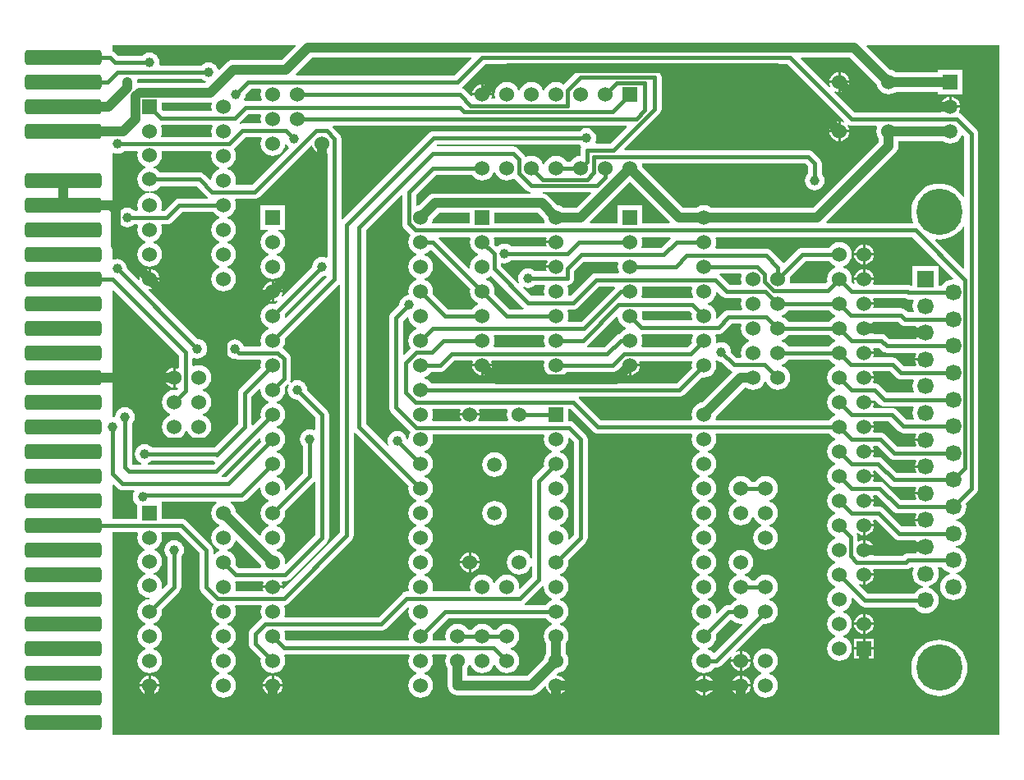
<source format=gbl>
G04 Layer_Physical_Order=2*
G04 Layer_Color=16711680*
%FSLAX25Y25*%
%MOIN*%
G70*
G01*
G75*
G04:AMPARAMS|DCode=10|XSize=61.81mil|YSize=314.96mil|CornerRadius=15.45mil|HoleSize=0mil|Usage=FLASHONLY|Rotation=90.000|XOffset=0mil|YOffset=0mil|HoleType=Round|Shape=RoundedRectangle|*
%AMROUNDEDRECTD10*
21,1,0.06181,0.28406,0,0,90.0*
21,1,0.03091,0.31496,0,0,90.0*
1,1,0.03091,0.14203,0.01545*
1,1,0.03091,0.14203,-0.01545*
1,1,0.03091,-0.14203,-0.01545*
1,1,0.03091,-0.14203,0.01545*
%
%ADD10ROUNDEDRECTD10*%
%ADD11C,0.01575*%
%ADD12C,0.03937*%
%ADD13C,0.06000*%
%ADD14R,0.06000X0.06000*%
%ADD15C,0.06654*%
%ADD16R,0.06654X0.06654*%
%ADD17C,0.18740*%
%ADD18C,0.05906*%
%ADD19R,0.05906X0.05906*%
%ADD20R,0.06000X0.06000*%
%ADD21C,0.03937*%
G36*
X241328Y196705D02*
X241160Y196297D01*
X240989Y195000D01*
X241160Y193703D01*
X241500Y192880D01*
X241166Y192380D01*
X232112D01*
X231393Y192285D01*
X230722Y192007D01*
X230146Y191566D01*
X221786Y183205D01*
X221084D01*
X220807Y183621D01*
X220841Y183703D01*
X221011Y185000D01*
X220841Y186297D01*
X220489Y187146D01*
X220518Y187275D01*
X220812Y187673D01*
X221320Y187740D01*
X221990Y188018D01*
X222566Y188460D01*
X223007Y189035D01*
X223285Y189706D01*
X223380Y190425D01*
Y193149D01*
X227351Y197120D01*
X241051D01*
X241328Y196705D01*
D02*
G37*
G36*
X271204Y186405D02*
X271160Y186297D01*
X270989Y185000D01*
X271160Y183703D01*
X271504Y182870D01*
X271486Y182785D01*
X271166Y182380D01*
X250834D01*
X250500Y182880D01*
X250841Y183703D01*
X251011Y185000D01*
X250841Y186297D01*
X250796Y186405D01*
X251074Y186820D01*
X270926D01*
X271204Y186405D01*
D02*
G37*
G36*
X351309Y106509D02*
X351885Y106067D01*
X352555Y105789D01*
X353274Y105695D01*
X362019D01*
X362240Y105246D01*
X362221Y105222D01*
X361785Y104169D01*
X361702Y103540D01*
X366000D01*
Y102540D01*
X361702D01*
X361785Y101910D01*
X362221Y100857D01*
X362240Y100832D01*
X362019Y100384D01*
X355956D01*
X349374Y106966D01*
X348798Y107407D01*
X348128Y107685D01*
X347409Y107780D01*
X344944D01*
X344617Y108280D01*
X344897Y108956D01*
X344969Y109500D01*
X341000D01*
Y110500D01*
X344969D01*
X344897Y111044D01*
X344617Y111720D01*
X344944Y112220D01*
X345598D01*
X351309Y106509D01*
D02*
G37*
G36*
X212456Y51456D02*
X213494Y50660D01*
X214435Y50271D01*
Y49729D01*
X213494Y49340D01*
X212456Y48544D01*
X211660Y47506D01*
X211159Y46297D01*
X210989Y45000D01*
X211159Y43703D01*
X211660Y42494D01*
X212029Y42013D01*
Y37987D01*
X211660Y37506D01*
X211159Y36297D01*
X211080Y35696D01*
X204355Y28971D01*
X179971D01*
Y32013D01*
X180340Y32494D01*
X180729Y33435D01*
X181271D01*
X181660Y32494D01*
X182457Y31457D01*
X183494Y30660D01*
X184703Y30160D01*
X186000Y29989D01*
X187297Y30160D01*
X188506Y30660D01*
X189544Y31457D01*
X190340Y32494D01*
X190729Y33435D01*
X191271D01*
X191660Y32494D01*
X192456Y31457D01*
X193494Y30660D01*
X194703Y30160D01*
X196000Y29989D01*
X197297Y30160D01*
X198506Y30660D01*
X199544Y31457D01*
X200340Y32494D01*
X200841Y33703D01*
X201011Y35000D01*
X200841Y36297D01*
X200340Y37506D01*
X199544Y38544D01*
X198506Y39340D01*
X197566Y39729D01*
Y40271D01*
X198506Y40660D01*
X199544Y41456D01*
X200340Y42494D01*
X200841Y43703D01*
X201011Y45000D01*
X200841Y46297D01*
X200340Y47506D01*
X199544Y48544D01*
X198506Y49340D01*
X197297Y49841D01*
X196000Y50011D01*
X194703Y49841D01*
X193494Y49340D01*
X192456Y48544D01*
X191870Y47780D01*
X190130D01*
X189544Y48544D01*
X188506Y49340D01*
X187297Y49841D01*
X186000Y50011D01*
X184703Y49841D01*
X183494Y49340D01*
X182457Y48544D01*
X181870Y47780D01*
X180130D01*
X179544Y48544D01*
X178506Y49340D01*
X177297Y49841D01*
X176000Y50011D01*
X174703Y49841D01*
X173494Y49340D01*
X172457Y48544D01*
X171660Y47506D01*
X171160Y46297D01*
X170989Y45000D01*
X171160Y43703D01*
X171204Y43595D01*
X170926Y43180D01*
X166074D01*
X165796Y43595D01*
X165841Y43703D01*
X166012Y45000D01*
X165886Y45955D01*
X172152Y52220D01*
X211870D01*
X212456Y51456D01*
D02*
G37*
G36*
X347250Y139119D02*
X347826Y138677D01*
X348496Y138400D01*
X349216Y138305D01*
X360918D01*
X361196Y137889D01*
X360841Y137032D01*
X360659Y135650D01*
X360841Y134267D01*
X361196Y133410D01*
X360918Y132994D01*
X358137D01*
X354166Y136966D01*
X353590Y137407D01*
X352920Y137685D01*
X352200Y137780D01*
X344944D01*
X344617Y138280D01*
X344897Y138956D01*
X344969Y139500D01*
X341000D01*
Y140500D01*
X344969D01*
X344939Y140723D01*
X345413Y140956D01*
X347250Y139119D01*
D02*
G37*
G36*
X357545Y182158D02*
X358216Y181880D01*
X358935Y181785D01*
X360918D01*
X361196Y181370D01*
X360841Y180512D01*
X360659Y179130D01*
X360841Y177748D01*
X361196Y176890D01*
X360918Y176475D01*
X358857D01*
X357966Y177366D01*
X357390Y177807D01*
X356719Y178085D01*
X356000Y178180D01*
X345026D01*
X344748Y178595D01*
X344897Y178956D01*
X344969Y179500D01*
X341000D01*
Y180500D01*
X344969D01*
X344897Y181044D01*
X344617Y181720D01*
X344944Y182220D01*
X357464D01*
X357545Y182158D01*
D02*
G37*
G36*
X283209Y183035D02*
X283785Y182593D01*
X284455Y182315D01*
X285175Y182220D01*
X291092D01*
X291370Y181805D01*
X291160Y181297D01*
X290989Y180000D01*
X291160Y178703D01*
X291500Y177880D01*
X291166Y177380D01*
X286000D01*
X285281Y177285D01*
X284610Y177007D01*
X284035Y176566D01*
X281371Y173902D01*
X280898Y174136D01*
X281012Y175000D01*
X280841Y176297D01*
X280340Y177506D01*
X279544Y178544D01*
X278506Y179340D01*
X277566Y179729D01*
Y180271D01*
X278506Y180660D01*
X279544Y181456D01*
X280340Y182494D01*
X280841Y183703D01*
X280956Y184581D01*
X281484Y184760D01*
X283209Y183035D01*
D02*
G37*
G36*
X202676Y178460D02*
X202910Y178280D01*
X202740Y177780D01*
X197152D01*
X190886Y184046D01*
X191012Y185000D01*
X190841Y186297D01*
X190340Y187506D01*
X189544Y188544D01*
X188506Y189340D01*
X187566Y189729D01*
Y190271D01*
X188506Y190660D01*
X189544Y191456D01*
X189671Y191465D01*
X202676Y178460D01*
D02*
G37*
G36*
X181114Y185955D02*
X180989Y185000D01*
X181159Y183703D01*
X181660Y182494D01*
X182457Y181456D01*
X183494Y180660D01*
X184435Y180271D01*
Y179729D01*
X183494Y179340D01*
X182457Y178544D01*
X181870Y177780D01*
X172152D01*
X165886Y184046D01*
X166012Y185000D01*
X165841Y186297D01*
X165340Y187506D01*
X164544Y188544D01*
X163506Y189340D01*
X162566Y189729D01*
Y190271D01*
X163506Y190660D01*
X164544Y191456D01*
X165340Y192494D01*
X165841Y193703D01*
X166012Y195000D01*
X165841Y196297D01*
X165340Y197506D01*
X164544Y198544D01*
X163506Y199340D01*
X162566Y199730D01*
Y200271D01*
X163506Y200660D01*
X164544Y201456D01*
X164777Y201761D01*
X165276Y201793D01*
X181114Y185955D01*
D02*
G37*
G36*
X211511Y187146D02*
X211159Y186297D01*
X210989Y185000D01*
X211159Y183703D01*
X211194Y183621D01*
X210916Y183205D01*
X205792D01*
X202508Y186489D01*
X202792Y186913D01*
X203572Y186590D01*
X204600Y186454D01*
X205628Y186590D01*
X206586Y186986D01*
X207408Y187617D01*
X207430Y187646D01*
X211177D01*
X211511Y187146D01*
D02*
G37*
G36*
X96048Y145447D02*
X95989Y145000D01*
X96159Y143703D01*
X96660Y142494D01*
X97457Y141456D01*
X98494Y140660D01*
X99435Y140271D01*
Y139729D01*
X98494Y139340D01*
X97457Y138544D01*
X96660Y137506D01*
X96159Y136297D01*
X95989Y135000D01*
X96114Y134046D01*
X92842Y130773D01*
X92380Y130964D01*
Y142449D01*
X95599Y145668D01*
X96048Y145447D01*
D02*
G37*
G36*
X352839Y95639D02*
X353415Y95197D01*
X354085Y94919D01*
X354804Y94825D01*
X362019D01*
X362240Y94376D01*
X362221Y94351D01*
X361785Y93299D01*
X361702Y92669D01*
X366000D01*
Y91669D01*
X361702D01*
X361785Y91040D01*
X362221Y89987D01*
X362240Y89962D01*
X362019Y89514D01*
X356417D01*
X348966Y96966D01*
X348390Y97407D01*
X347720Y97685D01*
X347000Y97780D01*
X344944D01*
X344617Y98280D01*
X344897Y98956D01*
X344969Y99500D01*
X341000D01*
Y100500D01*
X344969D01*
X344897Y101044D01*
X344617Y101720D01*
X344944Y102220D01*
X346257D01*
X352839Y95639D01*
D02*
G37*
G36*
X181328Y206705D02*
X181159Y206297D01*
X180989Y205000D01*
X181159Y203703D01*
X181660Y202494D01*
X182457Y201456D01*
X183494Y200660D01*
X184435Y200271D01*
Y199730D01*
X183494Y199340D01*
X182457Y198544D01*
X181660Y197506D01*
X181159Y196297D01*
X180989Y195000D01*
X181048Y194553D01*
X180599Y194332D01*
X168311Y206620D01*
X168518Y207120D01*
X181051D01*
X181328Y206705D01*
D02*
G37*
G36*
X122917Y190995D02*
X122933Y190864D01*
X106401Y174332D01*
X105953Y174553D01*
X106011Y175000D01*
X105886Y175955D01*
X120965Y191034D01*
X121000Y191029D01*
X122028Y191164D01*
X122379Y191310D01*
X122917Y190995D01*
D02*
G37*
G36*
X156318Y56680D02*
X156159Y56297D01*
X155989Y55000D01*
X156159Y53703D01*
X156660Y52494D01*
X157457Y51456D01*
X158494Y50660D01*
X159435Y50271D01*
Y49729D01*
X158494Y49340D01*
X157457Y48544D01*
X156660Y47506D01*
X156159Y46297D01*
X155989Y45000D01*
X156159Y43703D01*
X156204Y43595D01*
X155926Y43180D01*
X106752D01*
X105886Y44045D01*
X106011Y45000D01*
X105841Y46297D01*
X105631Y46805D01*
X105908Y47220D01*
X145000D01*
X145720Y47315D01*
X146390Y47593D01*
X146966Y48035D01*
X155894Y56963D01*
X156318Y56680D01*
D02*
G37*
G36*
X291370Y191805D02*
X291160Y191297D01*
X290989Y190000D01*
X291160Y188703D01*
X291370Y188196D01*
X291092Y187780D01*
X286326D01*
X282540Y191566D01*
X282339Y191720D01*
X282508Y192220D01*
X291092D01*
X291370Y191805D01*
D02*
G37*
G36*
X377416Y190353D02*
X377267Y190049D01*
X377159Y189903D01*
X375799Y189724D01*
X374511Y189190D01*
X373405Y188342D01*
X372639Y187345D01*
X371295D01*
Y195295D01*
X360705D01*
Y187345D01*
X359971D01*
X359890Y187407D01*
X359220Y187685D01*
X358500Y187780D01*
X344944D01*
X344617Y188280D01*
X344897Y188956D01*
X344969Y189500D01*
X337031D01*
X337103Y188956D01*
X337209Y188700D01*
X336936Y188074D01*
X336879Y188052D01*
X335886Y189046D01*
X336012Y190000D01*
X335841Y191297D01*
X335340Y192506D01*
X334544Y193544D01*
X333506Y194340D01*
X332566Y194729D01*
Y195271D01*
X333506Y195660D01*
X334544Y196457D01*
X335340Y197494D01*
X335841Y198703D01*
X336012Y200000D01*
X335841Y201297D01*
X335340Y202506D01*
X334544Y203544D01*
X333506Y204340D01*
X332297Y204841D01*
X331000Y205012D01*
X329703Y204841D01*
X328494Y204340D01*
X327456Y203544D01*
X326870Y202780D01*
X316000D01*
X315281Y202685D01*
X314610Y202407D01*
X314035Y201966D01*
X308591Y196522D01*
X308092Y196555D01*
X307966Y196720D01*
X303145Y201540D01*
X302569Y201982D01*
X301899Y202260D01*
X301179Y202355D01*
X280823D01*
X280489Y202855D01*
X280841Y203703D01*
X281012Y205000D01*
X280841Y206297D01*
X280672Y206705D01*
X280950Y207120D01*
X360649D01*
X377416Y190353D01*
D02*
G37*
G36*
X37935Y105034D02*
X38510Y104593D01*
X39181Y104315D01*
X39900Y104220D01*
X44760D01*
X44981Y103772D01*
X44761Y103486D01*
X44364Y102528D01*
X44229Y101500D01*
X44364Y100472D01*
X44761Y99515D01*
X45392Y98692D01*
X46032Y98202D01*
Y92780D01*
X36000D01*
Y106316D01*
X36462Y106507D01*
X37935Y105034D01*
D02*
G37*
G36*
X327456Y196457D02*
X328494Y195660D01*
X329435Y195271D01*
Y194729D01*
X328494Y194340D01*
X327456Y193544D01*
X326660Y192506D01*
X326160Y191297D01*
X325989Y190000D01*
X326114Y189046D01*
X325249Y188180D01*
X311074D01*
X310796Y188595D01*
X310841Y188703D01*
X311012Y190000D01*
X310886Y190955D01*
X317151Y197220D01*
X326870D01*
X327456Y196457D01*
D02*
G37*
G36*
X271114Y175955D02*
X270989Y175000D01*
X271160Y173703D01*
X271204Y173595D01*
X270926Y173180D01*
X251751D01*
X250886Y174046D01*
X251011Y175000D01*
X250841Y176297D01*
X250796Y176405D01*
X251074Y176820D01*
X270249D01*
X271114Y175955D01*
D02*
G37*
G36*
X96048Y125447D02*
X95989Y125000D01*
X96114Y124046D01*
X81849Y109780D01*
X80418D01*
X80211Y110280D01*
X95599Y125668D01*
X96048Y125447D01*
D02*
G37*
G36*
X351390Y117379D02*
X351966Y116937D01*
X352636Y116659D01*
X353356Y116565D01*
X362019D01*
X362240Y116116D01*
X362221Y116092D01*
X361785Y115039D01*
X361702Y114409D01*
X366000D01*
Y113409D01*
X361702D01*
X361785Y112780D01*
X362221Y111727D01*
X362240Y111703D01*
X362019Y111254D01*
X354426D01*
X348714Y116966D01*
X348139Y117407D01*
X347468Y117685D01*
X346749Y117780D01*
X344944D01*
X344617Y118280D01*
X344897Y118956D01*
X344969Y119500D01*
X341000D01*
Y120500D01*
X344969D01*
X344897Y121044D01*
X344617Y121720D01*
X344944Y122220D01*
X346549D01*
X351390Y117379D01*
D02*
G37*
G36*
X196370Y136805D02*
X196160Y136297D01*
X195989Y135000D01*
X196160Y133703D01*
X196501Y132880D01*
X196166Y132380D01*
X184597D01*
X184376Y132828D01*
X184494Y132983D01*
X184897Y133956D01*
X184969Y134500D01*
X177031D01*
X177103Y133956D01*
X177506Y132983D01*
X177625Y132828D01*
X177404Y132380D01*
X165834D01*
X165500Y132880D01*
X165841Y133703D01*
X166012Y135000D01*
X165841Y136297D01*
X165630Y136805D01*
X165908Y137220D01*
X177056D01*
X177383Y136720D01*
X177103Y136044D01*
X177031Y135500D01*
X184969D01*
X184897Y136044D01*
X184617Y136720D01*
X184944Y137220D01*
X196092D01*
X196370Y136805D01*
D02*
G37*
G36*
X271191Y156372D02*
X271160Y156297D01*
X270989Y155000D01*
X271114Y154045D01*
X264849Y147780D01*
X165130D01*
X164544Y148544D01*
X163506Y149340D01*
X162566Y149730D01*
Y150271D01*
X163506Y150660D01*
X164544Y151456D01*
X165130Y152220D01*
X168868D01*
X169587Y152315D01*
X170258Y152593D01*
X170833Y153035D01*
X174619Y156820D01*
X181974D01*
X182252Y156405D01*
X182103Y156044D01*
X182031Y155500D01*
X189969D01*
X189897Y156044D01*
X189748Y156405D01*
X190026Y156820D01*
X210926D01*
X211204Y156405D01*
X211159Y156297D01*
X210989Y155000D01*
X211159Y153703D01*
X211660Y152494D01*
X212456Y151456D01*
X213494Y150660D01*
X214703Y150160D01*
X216000Y149989D01*
X217297Y150160D01*
X218506Y150660D01*
X219544Y151456D01*
X220130Y152220D01*
X238925D01*
X239645Y152315D01*
X240315Y152593D01*
X240891Y153035D01*
X241641Y153785D01*
X242225Y153662D01*
X242506Y152983D01*
X243147Y152147D01*
X243983Y151506D01*
X244956Y151103D01*
X245500Y151031D01*
Y155000D01*
X246000D01*
Y155500D01*
X249969D01*
X249897Y156044D01*
X249758Y156379D01*
X250036Y156795D01*
X270575D01*
X270839Y156830D01*
X271191Y156372D01*
D02*
G37*
G36*
X76810Y116193D02*
X77337Y115975D01*
X77522Y115453D01*
X76849Y114780D01*
X50406D01*
X50306Y115280D01*
X50985Y115561D01*
X51808Y116192D01*
X51830Y116220D01*
X76774D01*
X76810Y116193D01*
D02*
G37*
G36*
X327456Y156456D02*
X328494Y155660D01*
X329435Y155271D01*
Y154729D01*
X328494Y154340D01*
X327456Y153544D01*
X326660Y152506D01*
X326160Y151297D01*
X325989Y150000D01*
X326160Y148703D01*
X326660Y147494D01*
X327456Y146457D01*
X328494Y145660D01*
X329435Y145271D01*
Y144729D01*
X328494Y144340D01*
X327456Y143544D01*
X326660Y142506D01*
X326160Y141297D01*
X325989Y140000D01*
X326160Y138703D01*
X326660Y137494D01*
X327456Y136457D01*
X328494Y135660D01*
X329435Y135271D01*
Y134730D01*
X328494Y134340D01*
X327456Y133544D01*
X326870Y132780D01*
X280908D01*
X280630Y133195D01*
X280841Y133703D01*
X280920Y134304D01*
X292645Y146029D01*
X293014D01*
X293494Y145660D01*
X294703Y145159D01*
X296000Y144989D01*
X297297Y145159D01*
X298506Y145660D01*
X299544Y146457D01*
X300340Y147494D01*
X300729Y148435D01*
X301271D01*
X301660Y147494D01*
X302456Y146457D01*
X303494Y145660D01*
X304703Y145159D01*
X306000Y144989D01*
X307297Y145159D01*
X308506Y145660D01*
X309544Y146457D01*
X310340Y147494D01*
X310841Y148703D01*
X311012Y150000D01*
X310841Y151297D01*
X310340Y152506D01*
X309544Y153544D01*
X308506Y154340D01*
X307566Y154729D01*
Y155271D01*
X308506Y155660D01*
X309544Y156456D01*
X310130Y157220D01*
X326870D01*
X327456Y156456D01*
D02*
G37*
G36*
X354080Y149989D02*
X354656Y149547D01*
X355326Y149270D01*
X356046Y149175D01*
X360918D01*
X361196Y148759D01*
X360841Y147902D01*
X360659Y146520D01*
X360841Y145137D01*
X361196Y144280D01*
X360918Y143864D01*
X350367D01*
X347266Y146966D01*
X346690Y147407D01*
X346020Y147685D01*
X345300Y147780D01*
X344944D01*
X344617Y148280D01*
X344897Y148956D01*
X344969Y149500D01*
X341000D01*
Y150500D01*
X344969D01*
X344897Y151044D01*
X344494Y152017D01*
X344375Y152172D01*
X344597Y152620D01*
X351449D01*
X354080Y149989D01*
D02*
G37*
G36*
X281115Y156961D02*
X282072Y156564D01*
X283100Y156429D01*
X283135Y156434D01*
X286235Y153335D01*
X286810Y152893D01*
X287347Y152670D01*
X287537Y152153D01*
X275304Y139920D01*
X274703Y139841D01*
X273494Y139340D01*
X272457Y138544D01*
X271660Y137506D01*
X271160Y136297D01*
X270989Y135000D01*
X271160Y133703D01*
X271370Y133195D01*
X271092Y132780D01*
X234152D01*
X225211Y141720D01*
X225418Y142220D01*
X266000D01*
X266720Y142315D01*
X267390Y142593D01*
X267966Y143035D01*
X275045Y150114D01*
X276000Y149989D01*
X277297Y150160D01*
X278506Y150660D01*
X279544Y151456D01*
X280340Y152494D01*
X280841Y153703D01*
X281012Y155000D01*
X280841Y156297D01*
X280693Y156655D01*
X281103Y156970D01*
X281115Y156961D01*
D02*
G37*
G36*
X287223Y51761D02*
X287456Y51456D01*
X288494Y50660D01*
X289703Y50160D01*
X291000Y49989D01*
X291447Y50048D01*
X291668Y49599D01*
X280276Y38207D01*
X279777Y38240D01*
X279544Y38544D01*
X278506Y39340D01*
X277566Y39729D01*
Y40271D01*
X278506Y40660D01*
X279544Y41456D01*
X280340Y42494D01*
X280841Y43703D01*
X281012Y45000D01*
X280886Y45955D01*
X286724Y51793D01*
X287223Y51761D01*
D02*
G37*
G36*
X348210Y160859D02*
X348785Y160418D01*
X349456Y160140D01*
X350175Y160045D01*
X362019D01*
X362240Y159597D01*
X362221Y159572D01*
X361785Y158519D01*
X361702Y157890D01*
X366000D01*
Y156890D01*
X361702D01*
X361785Y156260D01*
X362221Y155208D01*
X362240Y155183D01*
X362019Y154734D01*
X357197D01*
X354566Y157366D01*
X353990Y157807D01*
X353320Y158085D01*
X352600Y158180D01*
X345026D01*
X344748Y158596D01*
X344897Y158956D01*
X344969Y159500D01*
X341000D01*
Y160500D01*
X344969D01*
X344897Y161044D01*
X344658Y161620D01*
X344993Y162120D01*
X346949D01*
X348210Y160859D01*
D02*
G37*
G36*
X355740Y171729D02*
X356315Y171288D01*
X356986Y171010D01*
X357705Y170915D01*
X362019D01*
X362240Y170467D01*
X362221Y170442D01*
X361785Y169389D01*
X361702Y168760D01*
X366000D01*
Y167760D01*
X361702D01*
X361785Y167130D01*
X362221Y166078D01*
X362240Y166053D01*
X362019Y165605D01*
X351327D01*
X350066Y166866D01*
X349490Y167307D01*
X348819Y167585D01*
X348100Y167680D01*
X344844D01*
X344576Y168180D01*
X344897Y168956D01*
X344969Y169500D01*
X341000D01*
Y170500D01*
X344969D01*
X344897Y171044D01*
X344494Y172017D01*
X344375Y172172D01*
X344597Y172620D01*
X354849D01*
X355740Y171729D01*
D02*
G37*
G36*
X327456Y166456D02*
X328494Y165660D01*
X329435Y165271D01*
Y164729D01*
X328494Y164340D01*
X327456Y163544D01*
X326870Y162780D01*
X310130D01*
X309544Y163544D01*
X308506Y164340D01*
X307566Y164729D01*
Y165271D01*
X308506Y165660D01*
X309544Y166456D01*
X310130Y167220D01*
X326870D01*
X327456Y166456D01*
D02*
G37*
G36*
Y176456D02*
X328494Y175660D01*
X329435Y175271D01*
Y174730D01*
X328494Y174340D01*
X327456Y173544D01*
X326870Y172780D01*
X310130D01*
X309544Y173544D01*
X308506Y174340D01*
X307566Y174730D01*
Y175271D01*
X308506Y175660D01*
X309544Y176456D01*
X310130Y177220D01*
X326870D01*
X327456Y176456D01*
D02*
G37*
G36*
X239827Y186358D02*
X226249Y172780D01*
X220908D01*
X220631Y173196D01*
X220841Y173703D01*
X221011Y175000D01*
X220841Y176297D01*
X220489Y177146D01*
X220823Y177646D01*
X222937D01*
X223657Y177740D01*
X224327Y178018D01*
X224903Y178460D01*
X233263Y186820D01*
X239636D01*
X239827Y186358D01*
D02*
G37*
G36*
X241041Y174603D02*
X241160Y173703D01*
X241660Y172494D01*
X242457Y171457D01*
X243494Y170660D01*
X244435Y170271D01*
Y169729D01*
X243494Y169340D01*
X242457Y168544D01*
X241842Y167742D01*
X241407Y167685D01*
X240736Y167407D01*
X240161Y166966D01*
X235575Y162380D01*
X228734D01*
X228564Y162880D01*
X228766Y163035D01*
X240513Y174782D01*
X241041Y174603D01*
D02*
G37*
G36*
X156041D02*
X156159Y173703D01*
X156660Y172494D01*
X157457Y171457D01*
X158494Y170660D01*
X159435Y170271D01*
Y169729D01*
X158494Y169340D01*
X157457Y168544D01*
X156660Y167506D01*
X156159Y166297D01*
X155989Y165000D01*
X156159Y163703D01*
X156660Y162494D01*
X157009Y162040D01*
X154242Y159273D01*
X153780Y159464D01*
Y173049D01*
X155513Y174782D01*
X156041Y174603D01*
D02*
G37*
G36*
X291204Y171405D02*
X291160Y171297D01*
X290989Y170000D01*
X291160Y168703D01*
X291660Y167494D01*
X292457Y166456D01*
X293494Y165660D01*
X294435Y165271D01*
Y164729D01*
X293494Y164340D01*
X292457Y163544D01*
X291660Y162506D01*
X291160Y161297D01*
X290989Y160000D01*
X291160Y158703D01*
X291246Y158495D01*
X290968Y158080D01*
X289352D01*
X287066Y160365D01*
X287071Y160400D01*
X286936Y161428D01*
X286539Y162386D01*
X285908Y163208D01*
X285086Y163839D01*
X284128Y164236D01*
X283100Y164371D01*
X282072Y164236D01*
X281377Y163948D01*
X280919Y164297D01*
X281012Y165000D01*
X280841Y166297D01*
X280500Y167120D01*
X280834Y167620D01*
X281800D01*
X282520Y167715D01*
X283190Y167993D01*
X283766Y168435D01*
X287152Y171820D01*
X290926D01*
X291204Y171405D01*
D02*
G37*
G36*
X211370Y166805D02*
X211159Y166297D01*
X210989Y165000D01*
X211159Y163703D01*
X211501Y162880D01*
X211166Y162380D01*
X190834D01*
X190500Y162880D01*
X190841Y163703D01*
X191012Y165000D01*
X190841Y166297D01*
X190630Y166805D01*
X190908Y167220D01*
X211092D01*
X211370Y166805D01*
D02*
G37*
G36*
X271500Y167120D02*
X271160Y166297D01*
X270989Y165000D01*
X271114Y164046D01*
X269424Y162355D01*
X250823D01*
X250489Y162855D01*
X250841Y163703D01*
X251011Y165000D01*
X250841Y166297D01*
X250496Y167130D01*
X250514Y167215D01*
X250834Y167620D01*
X271166D01*
X271500Y167120D01*
D02*
G37*
G36*
X76205Y261407D02*
X76160Y261297D01*
X75989Y260000D01*
X76160Y258703D01*
X76204Y258595D01*
X75926Y258180D01*
X56752D01*
X55969Y258963D01*
Y261785D01*
X75756D01*
X75901Y261804D01*
X76205Y261407D01*
D02*
G37*
G36*
X333045Y254024D02*
X332762Y253600D01*
X332044Y253897D01*
X331500Y253969D01*
Y250500D01*
X334969D01*
X334897Y251044D01*
X334494Y252017D01*
X334370Y252179D01*
X334378Y252192D01*
X334717Y252549D01*
X335281Y252315D01*
X336000Y252220D01*
X346092D01*
X346370Y251805D01*
X346160Y251297D01*
X345989Y250000D01*
X346160Y248703D01*
X346660Y247494D01*
X347029Y247013D01*
Y245755D01*
X320246Y218971D01*
X278987D01*
X278506Y219340D01*
X277297Y219841D01*
X276000Y220011D01*
X274703Y219841D01*
X273494Y219340D01*
X273013Y218971D01*
X267645D01*
X250920Y235696D01*
X250841Y236297D01*
X250796Y236405D01*
X251074Y236820D01*
X317149D01*
X318220Y235749D01*
Y232830D01*
X318192Y232808D01*
X317561Y231985D01*
X317164Y231028D01*
X317029Y230000D01*
X317164Y228972D01*
X317561Y228015D01*
X318192Y227192D01*
X319015Y226561D01*
X319972Y226164D01*
X321000Y226029D01*
X322028Y226164D01*
X322986Y226561D01*
X323808Y227192D01*
X324439Y228015D01*
X324836Y228972D01*
X324971Y230000D01*
X324836Y231028D01*
X324439Y231985D01*
X323808Y232808D01*
X323780Y232830D01*
Y236900D01*
X323685Y237620D01*
X323407Y238290D01*
X322966Y238866D01*
X320266Y241566D01*
X319690Y242007D01*
X319020Y242285D01*
X318300Y242380D01*
X243848D01*
X243657Y242842D01*
X257966Y257151D01*
X258407Y257726D01*
X258685Y258397D01*
X258780Y259116D01*
Y271937D01*
X258685Y272656D01*
X258407Y273327D01*
X257966Y273903D01*
X257390Y274344D01*
X256719Y274622D01*
X256000Y274717D01*
X225862D01*
X225143Y274622D01*
X224472Y274344D01*
X223897Y273903D01*
X218974Y268980D01*
X218506Y269340D01*
X217297Y269841D01*
X216000Y270011D01*
X214703Y269841D01*
X213494Y269340D01*
X212456Y268544D01*
X211660Y267506D01*
X211271Y266566D01*
X210730D01*
X210340Y267506D01*
X209544Y268544D01*
X208506Y269340D01*
X207297Y269841D01*
X206000Y270011D01*
X204703Y269841D01*
X203494Y269340D01*
X202456Y268544D01*
X201660Y267506D01*
X201271Y266566D01*
X200729D01*
X200340Y267506D01*
X199544Y268544D01*
X198506Y269340D01*
X197297Y269841D01*
X196000Y270011D01*
X194703Y269841D01*
X193494Y269340D01*
X192456Y268544D01*
X191660Y267506D01*
X191159Y266297D01*
X190989Y265000D01*
X191159Y263703D01*
X191194Y263621D01*
X190916Y263205D01*
X190036D01*
X189758Y263621D01*
X189897Y263956D01*
X189969Y264500D01*
X182031D01*
X182042Y264422D01*
X181568Y264188D01*
X178791Y266966D01*
X178215Y267407D01*
X178056Y267473D01*
X177966Y268035D01*
X187151Y277220D01*
X309849D01*
X333045Y254024D01*
D02*
G37*
G36*
X118220Y107582D02*
Y86151D01*
X106401Y74332D01*
X105953Y74553D01*
X106011Y75000D01*
X105841Y76297D01*
X105340Y77506D01*
X104544Y78544D01*
X103506Y79340D01*
X102566Y79729D01*
Y80271D01*
X103506Y80660D01*
X104544Y81457D01*
X105340Y82494D01*
X105841Y83703D01*
X106011Y85000D01*
X105841Y86297D01*
X105340Y87506D01*
X104544Y88544D01*
X103506Y89340D01*
X102566Y89729D01*
Y90271D01*
X103506Y90660D01*
X104544Y91457D01*
X105340Y92494D01*
X105841Y93703D01*
X106011Y95000D01*
X105886Y95955D01*
X117720Y107789D01*
X118220Y107582D01*
D02*
G37*
G36*
X355020Y128249D02*
X355596Y127807D01*
X356266Y127530D01*
X356985Y127435D01*
X362019D01*
X362240Y126987D01*
X362221Y126962D01*
X361785Y125909D01*
X361702Y125279D01*
X366000D01*
Y124279D01*
X361702D01*
X361785Y123650D01*
X362221Y122597D01*
X362240Y122573D01*
X362019Y122124D01*
X354507D01*
X349666Y126966D01*
X349090Y127407D01*
X348419Y127685D01*
X347700Y127780D01*
X344944D01*
X344617Y128280D01*
X344897Y128956D01*
X344969Y129500D01*
X341000D01*
Y130500D01*
X344969D01*
X344897Y131044D01*
X344617Y131720D01*
X344944Y132220D01*
X351049D01*
X355020Y128249D01*
D02*
G37*
G36*
X96204Y256405D02*
X96159Y256297D01*
X95989Y255000D01*
X96159Y253703D01*
X96204Y253595D01*
X95926Y253180D01*
X88700D01*
X87981Y253085D01*
X87871Y253040D01*
X87566Y253435D01*
X90952Y256820D01*
X95926D01*
X96204Y256405D01*
D02*
G37*
G36*
X211204Y126405D02*
X211159Y126297D01*
X210989Y125000D01*
X211159Y123703D01*
X211660Y122494D01*
X212456Y121457D01*
X213494Y120660D01*
X214435Y120271D01*
Y119729D01*
X213494Y119340D01*
X212456Y118544D01*
X211660Y117506D01*
X211159Y116297D01*
X210989Y115000D01*
X211114Y114046D01*
X207034Y109966D01*
X206593Y109390D01*
X206315Y108720D01*
X206220Y108000D01*
Y76687D01*
X205720Y76588D01*
X205340Y77506D01*
X204544Y78544D01*
X203506Y79340D01*
X202297Y79841D01*
X201000Y80011D01*
X199703Y79841D01*
X198494Y79340D01*
X197457Y78544D01*
X196660Y77506D01*
X196160Y76297D01*
X195989Y75000D01*
X196160Y73703D01*
X196660Y72494D01*
X197457Y71456D01*
X198494Y70660D01*
X199703Y70160D01*
X201000Y69989D01*
X202297Y70160D01*
X203506Y70660D01*
X204544Y71456D01*
X205340Y72494D01*
X205720Y73413D01*
X206220Y73313D01*
Y69151D01*
X201401Y64332D01*
X200953Y64553D01*
X201011Y65000D01*
X200841Y66297D01*
X200340Y67506D01*
X199544Y68544D01*
X198506Y69340D01*
X197297Y69841D01*
X196000Y70012D01*
X194703Y69841D01*
X193494Y69340D01*
X192456Y68544D01*
X191660Y67506D01*
X191271Y66566D01*
X190729D01*
X190340Y67506D01*
X189544Y68544D01*
X188506Y69340D01*
X187297Y69841D01*
X186000Y70012D01*
X184703Y69841D01*
X183494Y69340D01*
X182457Y68544D01*
X181660Y67506D01*
X181159Y66297D01*
X180989Y65000D01*
X181159Y63703D01*
X181194Y63621D01*
X180916Y63205D01*
X166084D01*
X165807Y63621D01*
X165841Y63703D01*
X166012Y65000D01*
X165841Y66297D01*
X165340Y67506D01*
X164544Y68544D01*
X163506Y69340D01*
X162566Y69730D01*
Y70271D01*
X163506Y70660D01*
X164544Y71456D01*
X165340Y72494D01*
X165841Y73703D01*
X166012Y75000D01*
X165841Y76297D01*
X165340Y77506D01*
X164544Y78544D01*
X163506Y79340D01*
X162566Y79729D01*
Y80271D01*
X163506Y80660D01*
X164544Y81457D01*
X165340Y82494D01*
X165841Y83703D01*
X166012Y85000D01*
X165841Y86297D01*
X165340Y87506D01*
X164544Y88544D01*
X163506Y89340D01*
X162566Y89729D01*
Y90271D01*
X163506Y90660D01*
X164544Y91457D01*
X165340Y92494D01*
X165841Y93703D01*
X166012Y95000D01*
X165841Y96297D01*
X165340Y97506D01*
X164544Y98544D01*
X163506Y99340D01*
X162566Y99730D01*
Y100271D01*
X163506Y100660D01*
X164544Y101456D01*
X165340Y102494D01*
X165841Y103703D01*
X166012Y105000D01*
X165841Y106297D01*
X165340Y107506D01*
X164544Y108544D01*
X163506Y109340D01*
X162566Y109730D01*
Y110271D01*
X163506Y110660D01*
X164544Y111457D01*
X165340Y112494D01*
X165841Y113703D01*
X166012Y115000D01*
X165841Y116297D01*
X165340Y117506D01*
X164544Y118544D01*
X163506Y119340D01*
X162566Y119729D01*
Y120271D01*
X163506Y120660D01*
X164544Y121457D01*
X165340Y122494D01*
X165841Y123703D01*
X166012Y125000D01*
X165841Y126297D01*
X165796Y126405D01*
X166074Y126820D01*
X210926D01*
X211204Y126405D01*
D02*
G37*
G36*
X78159Y99083D02*
X77456Y98544D01*
X76660Y97506D01*
X76160Y96297D01*
X75989Y95000D01*
X76160Y93703D01*
X76660Y92494D01*
X77456Y91457D01*
X78494Y90660D01*
X79435Y90271D01*
Y89729D01*
X78494Y89340D01*
X77456Y88544D01*
X76660Y87506D01*
X76160Y86297D01*
X75989Y85000D01*
X76160Y83703D01*
X76660Y82494D01*
X77456Y81457D01*
X78494Y80660D01*
X79435Y80271D01*
Y79729D01*
X78494Y79340D01*
X77456Y78544D01*
X77253Y78279D01*
X76780Y78439D01*
Y80000D01*
X76685Y80720D01*
X76407Y81390D01*
X75966Y81966D01*
X65966Y91966D01*
X65390Y92407D01*
X64719Y92685D01*
X64000Y92780D01*
X55969D01*
Y99583D01*
X77989D01*
X78159Y99083D01*
D02*
G37*
G36*
X153620Y224036D02*
Y212500D01*
X153715Y211781D01*
X153993Y211110D01*
X154435Y210535D01*
X157009Y207960D01*
X156660Y207506D01*
X156159Y206297D01*
X155989Y205000D01*
X156159Y203703D01*
X156660Y202494D01*
X157457Y201456D01*
X158494Y200660D01*
X159435Y200271D01*
Y199730D01*
X158494Y199340D01*
X157457Y198544D01*
X156660Y197506D01*
X156159Y196297D01*
X155989Y195000D01*
X156159Y193703D01*
X156660Y192494D01*
X157457Y191456D01*
X158494Y190660D01*
X159435Y190271D01*
Y189729D01*
X158494Y189340D01*
X157457Y188544D01*
X156660Y187506D01*
X156159Y186297D01*
X155989Y185000D01*
X156159Y183703D01*
X156057Y183526D01*
X155372Y183436D01*
X154415Y183039D01*
X153592Y182408D01*
X152961Y181586D01*
X152564Y180628D01*
X152429Y179600D01*
X152434Y179565D01*
X149035Y176166D01*
X148593Y175590D01*
X148315Y174919D01*
X148220Y174200D01*
Y138000D01*
X148315Y137281D01*
X148593Y136610D01*
X149035Y136035D01*
X157052Y128017D01*
X156660Y127506D01*
X156159Y126297D01*
X155989Y125000D01*
X155498Y124954D01*
X155436Y125428D01*
X155039Y126386D01*
X154408Y127208D01*
X153586Y127839D01*
X152628Y128236D01*
X151600Y128371D01*
X150572Y128236D01*
X149615Y127839D01*
X148792Y127208D01*
X148161Y126386D01*
X147764Y125428D01*
X147629Y124400D01*
X147764Y123372D01*
X148117Y122521D01*
X147693Y122238D01*
X138780Y131151D01*
Y209849D01*
X153158Y224227D01*
X153620Y224036D01*
D02*
G37*
G36*
X76500Y252120D02*
X76160Y251297D01*
X75989Y250000D01*
X76160Y248703D01*
X76411Y248095D01*
X76133Y247680D01*
X55867D01*
X55589Y248095D01*
X55841Y248703D01*
X56011Y250000D01*
X55841Y251297D01*
X55496Y252130D01*
X55514Y252215D01*
X55834Y252620D01*
X76166D01*
X76500Y252120D01*
D02*
G37*
G36*
X96370Y266805D02*
X96159Y266297D01*
X95989Y265000D01*
X96159Y263703D01*
X96500Y262880D01*
X96166Y262380D01*
X89800D01*
X89558Y262348D01*
X89287Y262817D01*
X89439Y263015D01*
X89836Y263972D01*
X89971Y265000D01*
X89966Y265035D01*
X92151Y267220D01*
X96092D01*
X96370Y266805D01*
D02*
G37*
G36*
X361196Y72669D02*
X360841Y71811D01*
X360659Y70429D01*
X360841Y69047D01*
X361375Y67759D01*
X362224Y66653D01*
X363330Y65804D01*
X364618Y65270D01*
X364799Y65246D01*
Y64742D01*
X364618Y64718D01*
X363330Y64184D01*
X362224Y63336D01*
X361458Y62339D01*
X342593D01*
X338955Y65977D01*
X339238Y66400D01*
X339956Y66103D01*
X340500Y66031D01*
Y70000D01*
X341000D01*
Y70500D01*
X344969D01*
X344897Y71044D01*
X344617Y71720D01*
X344944Y72220D01*
X358100D01*
X358820Y72315D01*
X359490Y72593D01*
X360066Y73035D01*
X360116Y73085D01*
X360918D01*
X361196Y72669D01*
D02*
G37*
G36*
X128220Y187582D02*
Y86951D01*
X105428Y64159D01*
X104955Y64393D01*
X104969Y64500D01*
X97031D01*
X97103Y63956D01*
X97252Y63595D01*
X96974Y63180D01*
X86074D01*
X85796Y63595D01*
X85841Y63703D01*
X86011Y65000D01*
X85841Y66297D01*
X85618Y66834D01*
X85923Y67231D01*
X86000Y67220D01*
X97056D01*
X97383Y66720D01*
X97103Y66044D01*
X97031Y65500D01*
X104969D01*
X104897Y66044D01*
X104617Y66720D01*
X104944Y67220D01*
X106000D01*
X106720Y67315D01*
X107390Y67593D01*
X107966Y68034D01*
X122966Y83034D01*
X123407Y83610D01*
X123685Y84281D01*
X123780Y85000D01*
Y135000D01*
X123685Y135720D01*
X123407Y136390D01*
X122966Y136966D01*
X114966Y144965D01*
X114971Y145000D01*
X114836Y146028D01*
X114439Y146985D01*
X113808Y147808D01*
X112986Y148439D01*
X112028Y148836D01*
X111000Y148971D01*
X109972Y148836D01*
X109015Y148439D01*
X108470Y148021D01*
X108060Y148337D01*
X108285Y148881D01*
X108380Y149600D01*
Y157500D01*
X108285Y158220D01*
X108007Y158890D01*
X107566Y159466D01*
X105066Y161966D01*
X105046Y162112D01*
X105340Y162494D01*
X105841Y163703D01*
X106011Y165000D01*
X105886Y165955D01*
X127720Y187789D01*
X128220Y187582D01*
D02*
G37*
G36*
X110334Y284538D02*
X104766Y278971D01*
X85000D01*
X83972Y278836D01*
X83015Y278439D01*
X82192Y277808D01*
X79298Y274914D01*
X78797Y275120D01*
X78439Y275986D01*
X77808Y276808D01*
X76986Y277439D01*
X76028Y277836D01*
X75000Y277971D01*
X73972Y277836D01*
X73015Y277439D01*
X72192Y276808D01*
X72171Y276780D01*
X55258D01*
X54876Y277280D01*
X54971Y278000D01*
X54836Y279028D01*
X54439Y279985D01*
X53808Y280808D01*
X52986Y281439D01*
X52028Y281836D01*
X51000Y281971D01*
X49972Y281836D01*
X49015Y281439D01*
X48192Y280808D01*
X48171Y280780D01*
X38151D01*
X36966Y281966D01*
X36390Y282407D01*
X36000Y282569D01*
Y285000D01*
X110142D01*
X110334Y284538D01*
D02*
G37*
G36*
X181636Y279567D02*
X174849Y272780D01*
X110460D01*
X110269Y273242D01*
X117056Y280029D01*
X181445D01*
X181636Y279567D01*
D02*
G37*
G36*
X72192Y271192D02*
X73015Y270561D01*
X73821Y270227D01*
X73722Y269727D01*
X46859D01*
X46347Y269660D01*
X45971Y269989D01*
Y270000D01*
X45876Y270720D01*
X46258Y271220D01*
X72171D01*
X72192Y271192D01*
D02*
G37*
G36*
X96080Y74304D02*
X96159Y73703D01*
X96370Y73195D01*
X96092Y72780D01*
X87151D01*
X85886Y74045D01*
X86011Y75000D01*
X85841Y76297D01*
X85340Y77506D01*
X84544Y78544D01*
X83506Y79340D01*
X82566Y79729D01*
Y80271D01*
X83506Y80660D01*
X84544Y81457D01*
X85340Y82494D01*
X85841Y83703D01*
X85865Y83886D01*
X86338Y84046D01*
X96080Y74304D01*
D02*
G37*
G36*
X396000Y5000D02*
X36000D01*
Y87220D01*
X46092D01*
X46370Y86805D01*
X46159Y86297D01*
X45989Y85000D01*
X46159Y83703D01*
X46660Y82494D01*
X47456Y81457D01*
X48494Y80660D01*
X49054Y80428D01*
Y79887D01*
X48494Y79655D01*
X47456Y78859D01*
X46660Y77821D01*
X46159Y76612D01*
X45989Y75315D01*
X46159Y74018D01*
X46660Y72809D01*
X47456Y71772D01*
X48494Y70975D01*
X49245Y70664D01*
Y70123D01*
X48494Y69813D01*
X47456Y69016D01*
X46660Y67978D01*
X46159Y66769D01*
X45989Y65473D01*
X46159Y64175D01*
X46660Y62967D01*
X47456Y61929D01*
X48494Y61133D01*
X49703Y60632D01*
X50792Y60488D01*
Y59984D01*
X49703Y59841D01*
X48494Y59340D01*
X47456Y58544D01*
X46660Y57506D01*
X46159Y56297D01*
X45989Y55000D01*
X46159Y53703D01*
X46660Y52494D01*
X47456Y51456D01*
X48494Y50660D01*
X49435Y50271D01*
Y49729D01*
X48494Y49340D01*
X47456Y48544D01*
X46660Y47506D01*
X46159Y46297D01*
X45989Y45000D01*
X46159Y43703D01*
X46660Y42494D01*
X47456Y41456D01*
X48494Y40660D01*
X49435Y40271D01*
Y39729D01*
X48494Y39340D01*
X47456Y38544D01*
X46660Y37506D01*
X46159Y36297D01*
X45989Y35000D01*
X46159Y33703D01*
X46660Y32494D01*
X47456Y31457D01*
X48494Y30660D01*
X49703Y30160D01*
X51000Y29989D01*
X52297Y30160D01*
X53506Y30660D01*
X54544Y31457D01*
X55340Y32494D01*
X55841Y33703D01*
X56011Y35000D01*
X55841Y36297D01*
X55340Y37506D01*
X54544Y38544D01*
X53506Y39340D01*
X52566Y39729D01*
Y40271D01*
X53506Y40660D01*
X54544Y41456D01*
X55340Y42494D01*
X55841Y43703D01*
X56011Y45000D01*
X55841Y46297D01*
X55340Y47506D01*
X54544Y48544D01*
X53506Y49340D01*
X52566Y49729D01*
Y50271D01*
X53506Y50660D01*
X54544Y51456D01*
X55340Y52494D01*
X55841Y53703D01*
X56011Y55000D01*
X55886Y55955D01*
X62966Y63034D01*
X63407Y63610D01*
X63685Y64281D01*
X63780Y65000D01*
Y77170D01*
X63808Y77192D01*
X64439Y78015D01*
X64836Y78972D01*
X64971Y80000D01*
X64836Y81028D01*
X64439Y81985D01*
X63808Y82808D01*
X62985Y83439D01*
X62028Y83836D01*
X61000Y83971D01*
X59972Y83836D01*
X59015Y83439D01*
X58192Y82808D01*
X57561Y81985D01*
X57164Y81028D01*
X57029Y80000D01*
X57164Y78972D01*
X57561Y78015D01*
X58192Y77192D01*
X58220Y77170D01*
Y66151D01*
X56360Y64291D01*
X55887Y64525D01*
X56011Y65473D01*
X55841Y66769D01*
X55340Y67978D01*
X54544Y69016D01*
X53506Y69813D01*
X52756Y70123D01*
Y70664D01*
X53506Y70975D01*
X54544Y71772D01*
X55340Y72809D01*
X55841Y74018D01*
X56011Y75315D01*
X55841Y76612D01*
X55340Y77821D01*
X54544Y78859D01*
X53506Y79655D01*
X52946Y79887D01*
Y80428D01*
X53506Y80660D01*
X54544Y81457D01*
X55340Y82494D01*
X55841Y83703D01*
X56011Y85000D01*
X55841Y86297D01*
X55630Y86805D01*
X55908Y87220D01*
X62849D01*
X71220Y78849D01*
Y64900D01*
X71315Y64181D01*
X71593Y63510D01*
X72035Y62935D01*
X76535Y58435D01*
X76782Y58245D01*
X76847Y57749D01*
X76660Y57506D01*
X76160Y56297D01*
X75989Y55000D01*
X76160Y53703D01*
X76660Y52494D01*
X77456Y51456D01*
X78494Y50660D01*
X79435Y50271D01*
Y49729D01*
X78494Y49340D01*
X77456Y48544D01*
X76660Y47506D01*
X76160Y46297D01*
X75989Y45000D01*
X76160Y43703D01*
X76660Y42494D01*
X77456Y41456D01*
X78494Y40660D01*
X79435Y40271D01*
Y39729D01*
X78494Y39340D01*
X77456Y38544D01*
X76660Y37506D01*
X76160Y36297D01*
X75989Y35000D01*
X76160Y33703D01*
X76660Y32494D01*
X77456Y31457D01*
X78494Y30660D01*
X79435Y30271D01*
Y29730D01*
X78494Y29340D01*
X77456Y28544D01*
X76660Y27506D01*
X76160Y26297D01*
X75989Y25000D01*
X76160Y23703D01*
X76660Y22494D01*
X77456Y21456D01*
X78494Y20660D01*
X79703Y20159D01*
X81000Y19989D01*
X82297Y20159D01*
X83506Y20660D01*
X84544Y21456D01*
X85340Y22494D01*
X85841Y23703D01*
X86011Y25000D01*
X85841Y26297D01*
X85340Y27506D01*
X84544Y28544D01*
X83506Y29340D01*
X82566Y29730D01*
Y30271D01*
X83506Y30660D01*
X84544Y31457D01*
X85340Y32494D01*
X85841Y33703D01*
X86011Y35000D01*
X85841Y36297D01*
X85340Y37506D01*
X84544Y38544D01*
X83506Y39340D01*
X82566Y39729D01*
Y40271D01*
X83506Y40660D01*
X84544Y41456D01*
X85340Y42494D01*
X85841Y43703D01*
X86011Y45000D01*
X85841Y46297D01*
X85340Y47506D01*
X84544Y48544D01*
X83506Y49340D01*
X82566Y49729D01*
Y50271D01*
X83506Y50660D01*
X84544Y51456D01*
X85340Y52494D01*
X85841Y53703D01*
X86011Y55000D01*
X85841Y56297D01*
X85500Y57120D01*
X85834Y57620D01*
X96166D01*
X96500Y57120D01*
X96159Y56297D01*
X95989Y55000D01*
X96159Y53703D01*
X96492Y52900D01*
X96602Y52442D01*
X96287Y52159D01*
X96034Y51966D01*
X92035Y47966D01*
X91593Y47390D01*
X91315Y46720D01*
X91220Y46000D01*
Y42000D01*
X91315Y41281D01*
X91593Y40610D01*
X92035Y40035D01*
X96114Y35955D01*
X95989Y35000D01*
X96159Y33703D01*
X96660Y32494D01*
X97457Y31457D01*
X98494Y30660D01*
X99703Y30160D01*
X101000Y29989D01*
X102297Y30160D01*
X103506Y30660D01*
X104544Y31457D01*
X105340Y32494D01*
X105841Y33703D01*
X106011Y35000D01*
X105841Y36297D01*
X105496Y37130D01*
X105514Y37215D01*
X105834Y37620D01*
X156166D01*
X156500Y37120D01*
X156159Y36297D01*
X155989Y35000D01*
X156159Y33703D01*
X156660Y32494D01*
X157457Y31457D01*
X158494Y30660D01*
X159435Y30271D01*
Y29730D01*
X158494Y29340D01*
X157457Y28544D01*
X156660Y27506D01*
X156159Y26297D01*
X155989Y25000D01*
X156159Y23703D01*
X156660Y22494D01*
X157457Y21456D01*
X158494Y20660D01*
X159703Y20159D01*
X161000Y19989D01*
X162297Y20159D01*
X163506Y20660D01*
X164544Y21456D01*
X165340Y22494D01*
X165841Y23703D01*
X166012Y25000D01*
X165841Y26297D01*
X165340Y27506D01*
X164544Y28544D01*
X163506Y29340D01*
X162566Y29730D01*
Y30271D01*
X163506Y30660D01*
X164544Y31457D01*
X165340Y32494D01*
X165841Y33703D01*
X166012Y35000D01*
X165841Y36297D01*
X165500Y37120D01*
X165834Y37620D01*
X171166D01*
X171501Y37120D01*
X171160Y36297D01*
X170989Y35000D01*
X171160Y33703D01*
X171660Y32494D01*
X172029Y32013D01*
Y25000D01*
X172164Y23972D01*
X172561Y23015D01*
X173192Y22192D01*
X174015Y21561D01*
X174972Y21164D01*
X176000Y21029D01*
X206000D01*
X207028Y21164D01*
X207985Y21561D01*
X208808Y22192D01*
X211479Y24863D01*
X212007Y24684D01*
X212103Y23956D01*
X212506Y22983D01*
X213147Y22147D01*
X213983Y21506D01*
X214956Y21103D01*
X215500Y21031D01*
Y25000D01*
X216000D01*
Y25500D01*
X219969D01*
X219897Y26044D01*
X219494Y27017D01*
X218853Y27853D01*
X218017Y28494D01*
X217044Y28897D01*
X216316Y28993D01*
X216137Y29521D01*
X216696Y30080D01*
X217297Y30160D01*
X218506Y30660D01*
X219544Y31457D01*
X220340Y32494D01*
X220841Y33703D01*
X221011Y35000D01*
X220841Y36297D01*
X220340Y37506D01*
X219971Y37987D01*
Y42013D01*
X220340Y42494D01*
X220841Y43703D01*
X221011Y45000D01*
X220841Y46297D01*
X220340Y47506D01*
X219544Y48544D01*
X218506Y49340D01*
X217566Y49729D01*
Y50271D01*
X218506Y50660D01*
X219544Y51456D01*
X220340Y52494D01*
X220841Y53703D01*
X221011Y55000D01*
X220841Y56297D01*
X220340Y57506D01*
X219544Y58544D01*
X218506Y59340D01*
X217566Y59729D01*
Y60271D01*
X218506Y60660D01*
X219544Y61457D01*
X220340Y62494D01*
X220841Y63703D01*
X221011Y65000D01*
X220841Y66297D01*
X220340Y67506D01*
X219544Y68544D01*
X218506Y69340D01*
X217566Y69730D01*
Y70271D01*
X218506Y70660D01*
X219544Y71456D01*
X220340Y72494D01*
X220841Y73703D01*
X221011Y75000D01*
X220886Y75955D01*
X227966Y83034D01*
X228407Y83610D01*
X228685Y84281D01*
X228780Y85000D01*
Y125000D01*
X228685Y125719D01*
X228407Y126390D01*
X227966Y126966D01*
X223365Y131566D01*
X222790Y132007D01*
X222119Y132285D01*
X221400Y132380D01*
X220969D01*
Y137220D01*
X221849D01*
X231035Y128035D01*
X231610Y127593D01*
X232281Y127315D01*
X233000Y127220D01*
X271092D01*
X271370Y126805D01*
X271160Y126297D01*
X270989Y125000D01*
X271160Y123703D01*
X271660Y122494D01*
X272457Y121457D01*
X273494Y120660D01*
X274435Y120271D01*
Y119729D01*
X273494Y119340D01*
X272457Y118544D01*
X271660Y117506D01*
X271160Y116297D01*
X270989Y115000D01*
X271160Y113703D01*
X271660Y112494D01*
X272457Y111457D01*
X273494Y110660D01*
X274435Y110271D01*
Y109730D01*
X273494Y109340D01*
X272457Y108544D01*
X271660Y107506D01*
X271160Y106297D01*
X270989Y105000D01*
X271160Y103703D01*
X271660Y102494D01*
X272457Y101456D01*
X273494Y100660D01*
X274435Y100271D01*
Y99730D01*
X273494Y99340D01*
X272457Y98544D01*
X271660Y97506D01*
X271160Y96297D01*
X270989Y95000D01*
X271160Y93703D01*
X271660Y92494D01*
X272457Y91457D01*
X273494Y90660D01*
X274435Y90271D01*
Y89729D01*
X273494Y89340D01*
X272457Y88544D01*
X271660Y87506D01*
X271160Y86297D01*
X270989Y85000D01*
X271160Y83703D01*
X271660Y82494D01*
X272457Y81457D01*
X273494Y80660D01*
X274435Y80271D01*
Y79729D01*
X273494Y79340D01*
X272457Y78544D01*
X271660Y77506D01*
X271160Y76297D01*
X270989Y75000D01*
X271160Y73703D01*
X271660Y72494D01*
X272457Y71456D01*
X273494Y70660D01*
X274435Y70271D01*
Y69730D01*
X273494Y69340D01*
X272457Y68544D01*
X271660Y67506D01*
X271160Y66297D01*
X270989Y65000D01*
X271160Y63703D01*
X271660Y62494D01*
X272457Y61457D01*
X273494Y60660D01*
X274435Y60271D01*
Y59729D01*
X273494Y59340D01*
X272457Y58544D01*
X271660Y57506D01*
X271160Y56297D01*
X270989Y55000D01*
X271160Y53703D01*
X271660Y52494D01*
X272457Y51456D01*
X273494Y50660D01*
X274435Y50271D01*
Y49729D01*
X273494Y49340D01*
X272457Y48544D01*
X271660Y47506D01*
X271160Y46297D01*
X270989Y45000D01*
X271160Y43703D01*
X271660Y42494D01*
X272457Y41456D01*
X273494Y40660D01*
X274435Y40271D01*
Y39729D01*
X273494Y39340D01*
X272457Y38544D01*
X271660Y37506D01*
X271160Y36297D01*
X270989Y35000D01*
X271160Y33703D01*
X271660Y32494D01*
X272457Y31457D01*
X273494Y30660D01*
X274703Y30160D01*
X276000Y29989D01*
X277297Y30160D01*
X278506Y30660D01*
X279544Y31457D01*
X280130Y32220D01*
X281000D01*
X281719Y32315D01*
X282390Y32593D01*
X282966Y33035D01*
X286977Y37045D01*
X287400Y36762D01*
X287103Y36044D01*
X287031Y35500D01*
X290500D01*
Y38969D01*
X289956Y38897D01*
X289238Y38600D01*
X288955Y39024D01*
X300045Y50114D01*
X301000Y49989D01*
X302297Y50160D01*
X303506Y50660D01*
X304544Y51456D01*
X305340Y52494D01*
X305841Y53703D01*
X306012Y55000D01*
X305841Y56297D01*
X305340Y57506D01*
X304544Y58544D01*
X303506Y59340D01*
X302566Y59729D01*
Y60271D01*
X303506Y60660D01*
X304544Y61457D01*
X305340Y62494D01*
X305841Y63703D01*
X306012Y65000D01*
X305841Y66297D01*
X305340Y67506D01*
X304544Y68544D01*
X303506Y69340D01*
X302297Y69841D01*
X301000Y70012D01*
X299703Y69841D01*
X298494Y69340D01*
X297457Y68544D01*
X296870Y67780D01*
X295130D01*
X294544Y68544D01*
X293506Y69340D01*
X292566Y69730D01*
Y70271D01*
X293506Y70660D01*
X294544Y71456D01*
X295340Y72494D01*
X295841Y73703D01*
X296011Y75000D01*
X295841Y76297D01*
X295340Y77506D01*
X294544Y78544D01*
X293506Y79340D01*
X292297Y79841D01*
X291000Y80011D01*
X289703Y79841D01*
X288494Y79340D01*
X287456Y78544D01*
X286660Y77506D01*
X286159Y76297D01*
X285989Y75000D01*
X286159Y73703D01*
X286660Y72494D01*
X287456Y71456D01*
X288494Y70660D01*
X289435Y70271D01*
Y69730D01*
X288494Y69340D01*
X287456Y68544D01*
X286660Y67506D01*
X286159Y66297D01*
X285989Y65000D01*
X286159Y63703D01*
X286660Y62494D01*
X287456Y61457D01*
X288494Y60660D01*
X289435Y60271D01*
Y59729D01*
X288494Y59340D01*
X287456Y58544D01*
X286870Y57780D01*
X286000D01*
X285281Y57685D01*
X284610Y57407D01*
X284035Y56966D01*
X281401Y54332D01*
X280953Y54553D01*
X281012Y55000D01*
X280841Y56297D01*
X280340Y57506D01*
X279544Y58544D01*
X278506Y59340D01*
X277566Y59729D01*
Y60271D01*
X278506Y60660D01*
X279544Y61457D01*
X280340Y62494D01*
X280841Y63703D01*
X281012Y65000D01*
X280841Y66297D01*
X280340Y67506D01*
X279544Y68544D01*
X278506Y69340D01*
X277566Y69730D01*
Y70271D01*
X278506Y70660D01*
X279544Y71456D01*
X280340Y72494D01*
X280841Y73703D01*
X281012Y75000D01*
X280841Y76297D01*
X280340Y77506D01*
X279544Y78544D01*
X278506Y79340D01*
X277566Y79729D01*
Y80271D01*
X278506Y80660D01*
X279544Y81457D01*
X280340Y82494D01*
X280841Y83703D01*
X281012Y85000D01*
X280841Y86297D01*
X280340Y87506D01*
X279544Y88544D01*
X278506Y89340D01*
X277566Y89729D01*
Y90271D01*
X278506Y90660D01*
X279544Y91457D01*
X280340Y92494D01*
X280841Y93703D01*
X281012Y95000D01*
X280841Y96297D01*
X280340Y97506D01*
X279544Y98544D01*
X278506Y99340D01*
X277566Y99730D01*
Y100271D01*
X278506Y100660D01*
X279544Y101456D01*
X280340Y102494D01*
X280841Y103703D01*
X281012Y105000D01*
X280841Y106297D01*
X280340Y107506D01*
X279544Y108544D01*
X278506Y109340D01*
X277566Y109730D01*
Y110271D01*
X278506Y110660D01*
X279544Y111457D01*
X280340Y112494D01*
X280841Y113703D01*
X281012Y115000D01*
X280841Y116297D01*
X280340Y117506D01*
X279544Y118544D01*
X278506Y119340D01*
X277566Y119729D01*
Y120271D01*
X278506Y120660D01*
X279544Y121457D01*
X280340Y122494D01*
X280841Y123703D01*
X281012Y125000D01*
X280841Y126297D01*
X280630Y126805D01*
X280908Y127220D01*
X326870D01*
X327456Y126456D01*
X328494Y125660D01*
X329435Y125271D01*
Y124730D01*
X328494Y124340D01*
X327456Y123544D01*
X326660Y122506D01*
X326160Y121297D01*
X325989Y120000D01*
X326160Y118703D01*
X326660Y117494D01*
X327456Y116456D01*
X328494Y115660D01*
X329435Y115271D01*
Y114729D01*
X328494Y114340D01*
X327456Y113544D01*
X326660Y112506D01*
X326160Y111297D01*
X325989Y110000D01*
X326160Y108703D01*
X326660Y107494D01*
X327456Y106456D01*
X328494Y105660D01*
X329435Y105271D01*
Y104729D01*
X328494Y104340D01*
X327456Y103544D01*
X326660Y102506D01*
X326160Y101297D01*
X325989Y100000D01*
X326160Y98703D01*
X326660Y97494D01*
X327456Y96456D01*
X328494Y95660D01*
X329435Y95271D01*
Y94730D01*
X328494Y94340D01*
X327456Y93544D01*
X326660Y92506D01*
X326160Y91297D01*
X325989Y90000D01*
X326160Y88703D01*
X326660Y87494D01*
X327456Y86457D01*
X328494Y85660D01*
X329435Y85271D01*
Y84729D01*
X328494Y84340D01*
X327456Y83544D01*
X326660Y82506D01*
X326160Y81297D01*
X325989Y80000D01*
X326160Y78703D01*
X326660Y77494D01*
X327456Y76456D01*
X328494Y75660D01*
X329435Y75271D01*
Y74730D01*
X328494Y74340D01*
X327456Y73544D01*
X326660Y72506D01*
X326160Y71297D01*
X325989Y70000D01*
X326160Y68703D01*
X326660Y67494D01*
X327456Y66457D01*
X328494Y65660D01*
X329435Y65271D01*
Y64729D01*
X328494Y64340D01*
X327456Y63544D01*
X326660Y62506D01*
X326160Y61297D01*
X325989Y60000D01*
X326160Y58703D01*
X326660Y57494D01*
X327456Y56457D01*
X328494Y55660D01*
X329435Y55271D01*
Y54729D01*
X328494Y54340D01*
X327456Y53544D01*
X326660Y52506D01*
X326160Y51297D01*
X325989Y50000D01*
X326160Y48703D01*
X326660Y47494D01*
X327456Y46457D01*
X328494Y45660D01*
X329435Y45271D01*
Y44730D01*
X328494Y44340D01*
X327456Y43544D01*
X326660Y42506D01*
X326160Y41297D01*
X325989Y40000D01*
X326160Y38703D01*
X326660Y37494D01*
X327456Y36457D01*
X328494Y35660D01*
X329703Y35160D01*
X331000Y34989D01*
X332297Y35160D01*
X333506Y35660D01*
X334544Y36457D01*
X335340Y37494D01*
X335841Y38703D01*
X336012Y40000D01*
X335841Y41297D01*
X335340Y42506D01*
X334544Y43544D01*
X333506Y44340D01*
X332566Y44730D01*
Y45271D01*
X333506Y45660D01*
X334544Y46457D01*
X335340Y47494D01*
X335841Y48703D01*
X336012Y50000D01*
X335841Y51297D01*
X335340Y52506D01*
X334544Y53544D01*
X333506Y54340D01*
X332566Y54729D01*
Y55271D01*
X333506Y55660D01*
X334544Y56457D01*
X335340Y57494D01*
X335841Y58703D01*
X336012Y60000D01*
X335953Y60447D01*
X336401Y60668D01*
X339476Y57594D01*
X340051Y57152D01*
X340722Y56874D01*
X341441Y56779D01*
X361458D01*
X362224Y55783D01*
X363330Y54934D01*
X364618Y54400D01*
X366000Y54218D01*
X367382Y54400D01*
X368671Y54934D01*
X369777Y55783D01*
X370625Y56889D01*
X371159Y58177D01*
X371341Y59559D01*
X371159Y60941D01*
X370625Y62230D01*
X369777Y63336D01*
X368671Y64184D01*
X367382Y64718D01*
X367201Y64742D01*
Y65246D01*
X367382Y65270D01*
X368671Y65804D01*
X369777Y66653D01*
X370625Y67759D01*
X371159Y69047D01*
X371341Y70429D01*
X371159Y71811D01*
X370804Y72669D01*
X371082Y73085D01*
X372639D01*
X373405Y72088D01*
X374511Y71239D01*
X375799Y70705D01*
X375981Y70681D01*
Y70177D01*
X375799Y70153D01*
X374511Y69620D01*
X373405Y68771D01*
X372556Y67665D01*
X372022Y66376D01*
X371840Y64994D01*
X372022Y63612D01*
X372556Y62324D01*
X373405Y61217D01*
X374511Y60369D01*
X375799Y59835D01*
X377181Y59653D01*
X378563Y59835D01*
X379852Y60369D01*
X380958Y61217D01*
X381806Y62324D01*
X382340Y63612D01*
X382522Y64994D01*
X382340Y66376D01*
X381806Y67665D01*
X380958Y68771D01*
X379852Y69620D01*
X378563Y70153D01*
X378381Y70177D01*
Y70681D01*
X378563Y70705D01*
X379852Y71239D01*
X380958Y72088D01*
X381806Y73194D01*
X382340Y74482D01*
X382522Y75864D01*
X382340Y77247D01*
X381806Y78535D01*
X380958Y79641D01*
X379852Y80490D01*
X378563Y81023D01*
X378382Y81047D01*
Y81551D01*
X378563Y81575D01*
X379852Y82109D01*
X380958Y82958D01*
X381806Y84064D01*
X382340Y85352D01*
X382522Y86734D01*
X382340Y88117D01*
X381806Y89405D01*
X380958Y90511D01*
X379852Y91360D01*
X378563Y91893D01*
X378382Y91917D01*
Y92422D01*
X378563Y92445D01*
X379852Y92979D01*
X380958Y93828D01*
X381806Y94934D01*
X382340Y96222D01*
X382522Y97604D01*
X382358Y98850D01*
X386466Y102958D01*
X386907Y103533D01*
X387185Y104204D01*
X387280Y104923D01*
Y249000D01*
X387185Y249720D01*
X386907Y250390D01*
X386466Y250966D01*
X380466Y256966D01*
X379890Y257407D01*
X379688Y257491D01*
X379525Y257848D01*
X379496Y258112D01*
X379851Y258968D01*
X379921Y259500D01*
X372079D01*
X372149Y258968D01*
X372434Y258280D01*
X372121Y257780D01*
X337151D01*
X328955Y265977D01*
X329238Y266401D01*
X329956Y266103D01*
X330500Y266031D01*
Y269500D01*
X327031D01*
X327103Y268956D01*
X327400Y268238D01*
X326977Y267954D01*
X315364Y279567D01*
X315555Y280029D01*
X335355D01*
X346080Y269304D01*
X346160Y268703D01*
X346660Y267494D01*
X347457Y266457D01*
X348494Y265660D01*
X349703Y265160D01*
X351000Y264989D01*
X352297Y265160D01*
X353506Y265660D01*
X353987Y266029D01*
X371079D01*
Y265079D01*
X380921D01*
Y274921D01*
X371079D01*
Y273971D01*
X353987D01*
X353506Y274340D01*
X352297Y274841D01*
X351696Y274920D01*
X342078Y284538D01*
X342269Y285000D01*
X396000D01*
Y5000D01*
D02*
G37*
G36*
X211042Y65404D02*
X210989Y65000D01*
X211159Y63703D01*
X211660Y62494D01*
X212456Y61457D01*
X213494Y60660D01*
X214435Y60271D01*
Y59729D01*
X213494Y59340D01*
X212456Y58544D01*
X211870Y57780D01*
X203326D01*
X203156Y58280D01*
X203391Y58460D01*
X210568Y65637D01*
X211042Y65404D01*
D02*
G37*
G36*
X156114Y105955D02*
X155989Y105000D01*
X156159Y103703D01*
X156660Y102494D01*
X157457Y101456D01*
X158494Y100660D01*
X159435Y100271D01*
Y99730D01*
X158494Y99340D01*
X157457Y98544D01*
X156660Y97506D01*
X156159Y96297D01*
X155989Y95000D01*
X156159Y93703D01*
X156660Y92494D01*
X157457Y91457D01*
X158494Y90660D01*
X159435Y90271D01*
Y89729D01*
X158494Y89340D01*
X157457Y88544D01*
X156660Y87506D01*
X156159Y86297D01*
X155989Y85000D01*
X156159Y83703D01*
X156660Y82494D01*
X157457Y81457D01*
X158494Y80660D01*
X159435Y80271D01*
Y79729D01*
X158494Y79340D01*
X157457Y78544D01*
X156660Y77506D01*
X156159Y76297D01*
X155989Y75000D01*
X156159Y73703D01*
X156660Y72494D01*
X157457Y71456D01*
X158494Y70660D01*
X159435Y70271D01*
Y69730D01*
X158494Y69340D01*
X157457Y68544D01*
X156660Y67506D01*
X156159Y66297D01*
X155989Y65000D01*
X156159Y63703D01*
X156194Y63621D01*
X155916Y63205D01*
X155425D01*
X154706Y63110D01*
X154035Y62833D01*
X153460Y62391D01*
X143849Y52780D01*
X105908D01*
X105631Y53196D01*
X105841Y53703D01*
X106011Y55000D01*
X105841Y56297D01*
X105500Y57120D01*
X105524Y57239D01*
X105822Y57650D01*
X106319Y57715D01*
X106990Y57993D01*
X107566Y58435D01*
X132966Y83834D01*
X133407Y84410D01*
X133685Y85081D01*
X133780Y85800D01*
Y127582D01*
X134280Y127789D01*
X156114Y105955D01*
D02*
G37*
G36*
X244711Y251759D02*
X238017Y245064D01*
X232142D01*
X231842Y245564D01*
X232136Y246272D01*
X232271Y247300D01*
X232136Y248328D01*
X231739Y249286D01*
X231108Y250108D01*
X230286Y250739D01*
X229328Y251136D01*
X228300Y251271D01*
X227272Y251136D01*
X226315Y250739D01*
X225492Y250108D01*
X225471Y250080D01*
X166300D01*
X165581Y249985D01*
X164910Y249707D01*
X164335Y249266D01*
X129280Y214211D01*
X128780Y214418D01*
Y247100D01*
X128685Y247820D01*
X128407Y248490D01*
X127966Y249066D01*
X125273Y251759D01*
X125464Y252220D01*
X244520D01*
X244711Y251759D01*
D02*
G37*
G36*
X212342Y206620D02*
X212103Y206044D01*
X212031Y205500D01*
X216000D01*
Y204500D01*
X212031D01*
X212103Y203956D01*
X212252Y203595D01*
X211975Y203180D01*
X197930D01*
X197908Y203208D01*
X197086Y203839D01*
X196128Y204236D01*
X195100Y204371D01*
X194072Y204236D01*
X193115Y203839D01*
X192292Y203208D01*
X192276Y203187D01*
X191777Y203154D01*
X190886Y204046D01*
X191012Y205000D01*
X190841Y206297D01*
X190672Y206705D01*
X190950Y207120D01*
X212008D01*
X212342Y206620D01*
D02*
G37*
G36*
X262489Y206620D02*
X258549Y202680D01*
X250867D01*
X250589Y203096D01*
X250841Y203703D01*
X251011Y205000D01*
X250841Y206297D01*
X250672Y206705D01*
X250950Y207120D01*
X262282D01*
X262489Y206620D01*
D02*
G37*
G36*
X181032Y212680D02*
X165867D01*
X165589Y213095D01*
X165841Y213703D01*
X165920Y214304D01*
X168445Y216829D01*
X181032D01*
Y212680D01*
D02*
G37*
G36*
X381720Y211310D02*
Y194564D01*
X381259Y194373D01*
X369978Y205654D01*
X370201Y206137D01*
X371591Y206028D01*
X373370Y206168D01*
X375105Y206585D01*
X376754Y207268D01*
X378276Y208200D01*
X379633Y209359D01*
X380792Y210716D01*
X381239Y211446D01*
X381720Y211310D01*
D02*
G37*
G36*
X107517Y146879D02*
X107164Y146028D01*
X107029Y145000D01*
X107164Y143972D01*
X107561Y143015D01*
X108192Y142192D01*
X109015Y141561D01*
X109972Y141164D01*
X111000Y141029D01*
X111035Y141034D01*
X118220Y133849D01*
Y128858D01*
X117720Y128549D01*
X117028Y128836D01*
X116000Y128971D01*
X114972Y128836D01*
X114015Y128439D01*
X113192Y127808D01*
X112561Y126986D01*
X112164Y126028D01*
X112029Y125000D01*
X112164Y123972D01*
X112561Y123015D01*
X113192Y122192D01*
X113220Y122170D01*
Y111151D01*
X106401Y104332D01*
X105953Y104553D01*
X106011Y105000D01*
X105841Y106297D01*
X105340Y107506D01*
X104544Y108544D01*
X103506Y109340D01*
X102566Y109730D01*
Y110271D01*
X103506Y110660D01*
X104544Y111457D01*
X105340Y112494D01*
X105841Y113703D01*
X106011Y115000D01*
X105841Y116297D01*
X105340Y117506D01*
X104544Y118544D01*
X103506Y119340D01*
X102566Y119729D01*
Y120271D01*
X103506Y120660D01*
X104544Y121457D01*
X105340Y122494D01*
X105841Y123703D01*
X106011Y125000D01*
X105841Y126297D01*
X105340Y127506D01*
X104544Y128544D01*
X103506Y129340D01*
X102566Y129729D01*
Y130271D01*
X103506Y130660D01*
X104544Y131456D01*
X105340Y132494D01*
X105841Y133703D01*
X106011Y135000D01*
X105841Y136297D01*
X105340Y137506D01*
X104544Y138544D01*
X103506Y139340D01*
X102566Y139729D01*
Y140271D01*
X103506Y140660D01*
X104544Y141456D01*
X105340Y142494D01*
X105841Y143703D01*
X106011Y145000D01*
X105886Y145955D01*
X107093Y147162D01*
X107517Y146879D01*
D02*
G37*
G36*
X96048Y105447D02*
X95989Y105000D01*
X96159Y103703D01*
X96660Y102494D01*
X97457Y101456D01*
X98494Y100660D01*
X99435Y100271D01*
Y99730D01*
X98494Y99340D01*
X97457Y98544D01*
X96660Y97506D01*
X96159Y96297D01*
X95989Y95000D01*
X96159Y93703D01*
X96660Y92494D01*
X97457Y91457D01*
X98494Y90660D01*
X99435Y90271D01*
Y89729D01*
X98494Y89340D01*
X97457Y88544D01*
X96660Y87506D01*
X96159Y86297D01*
X96135Y86115D01*
X95662Y85954D01*
X85920Y95696D01*
X85841Y96297D01*
X85340Y97506D01*
X84544Y98544D01*
X83841Y99083D01*
X84011Y99583D01*
X88362D01*
X89082Y99677D01*
X89752Y99955D01*
X90328Y100397D01*
X95599Y105668D01*
X96048Y105447D01*
D02*
G37*
G36*
X353300Y84769D02*
X353876Y84327D01*
X354546Y84049D01*
X355266Y83955D01*
X362019D01*
X362240Y83506D01*
X362221Y83481D01*
X361785Y82429D01*
X361702Y81799D01*
X366000D01*
Y80799D01*
X361702D01*
X361785Y80170D01*
X362221Y79117D01*
X362240Y79092D01*
X362019Y78644D01*
X358964D01*
X358245Y78549D01*
X357575Y78272D01*
X356999Y77830D01*
X356949Y77780D01*
X344944D01*
X344617Y78280D01*
X344897Y78956D01*
X344969Y79500D01*
X341000D01*
Y80000D01*
X340500D01*
Y83969D01*
X339956Y83897D01*
X338983Y83494D01*
X338828Y83376D01*
X338380Y83597D01*
Y85400D01*
X338285Y86120D01*
X338108Y86547D01*
X338519Y86862D01*
X338983Y86506D01*
X339956Y86103D01*
X340500Y86031D01*
Y90000D01*
X341000D01*
Y90500D01*
X344969D01*
X344897Y91044D01*
X344617Y91720D01*
X344944Y92220D01*
X345849D01*
X353300Y84769D01*
D02*
G37*
G36*
X223220Y123849D02*
Y86151D01*
X221401Y84332D01*
X220953Y84553D01*
X221011Y85000D01*
X220841Y86297D01*
X220340Y87506D01*
X219544Y88544D01*
X218506Y89340D01*
X217566Y89729D01*
Y90271D01*
X218506Y90660D01*
X219544Y91457D01*
X220340Y92494D01*
X220841Y93703D01*
X221011Y95000D01*
X220841Y96297D01*
X220340Y97506D01*
X219544Y98544D01*
X218506Y99340D01*
X217566Y99730D01*
Y100271D01*
X218506Y100660D01*
X219544Y101456D01*
X220340Y102494D01*
X220841Y103703D01*
X221011Y105000D01*
X220841Y106297D01*
X220340Y107506D01*
X219544Y108544D01*
X218506Y109340D01*
X217566Y109730D01*
Y110271D01*
X218506Y110660D01*
X219544Y111457D01*
X220340Y112494D01*
X220841Y113703D01*
X221011Y115000D01*
X220841Y116297D01*
X220340Y117506D01*
X219544Y118544D01*
X218506Y119340D01*
X217566Y119729D01*
Y120271D01*
X218506Y120660D01*
X219544Y121457D01*
X220340Y122494D01*
X220841Y123703D01*
X221011Y125000D01*
X220953Y125447D01*
X221401Y125668D01*
X223220Y123849D01*
D02*
G37*
G36*
X212625Y197172D02*
X212506Y197017D01*
X212103Y196044D01*
X212031Y195500D01*
X216000D01*
Y194500D01*
X212031D01*
X212103Y193956D01*
X212242Y193621D01*
X211964Y193205D01*
X207430D01*
X207408Y193233D01*
X206586Y193864D01*
X205628Y194261D01*
X204600Y194396D01*
X203572Y194261D01*
X202615Y193864D01*
X201792Y193233D01*
X201161Y192411D01*
X200764Y191453D01*
X200629Y190425D01*
X200764Y189398D01*
X201088Y188617D01*
X200664Y188333D01*
X193586Y195411D01*
Y196256D01*
X193981Y196569D01*
X194086Y196563D01*
X195100Y196429D01*
X196128Y196564D01*
X197086Y196961D01*
X197908Y197592D01*
X197930Y197620D01*
X212404D01*
X212625Y197172D01*
D02*
G37*
G36*
X211080Y214304D02*
X211159Y213703D01*
X211411Y213095D01*
X211133Y212680D01*
X190969D01*
Y216829D01*
X208555D01*
X211080Y214304D01*
D02*
G37*
G36*
X225492Y244492D02*
X226004Y244099D01*
X226308Y243674D01*
X226031Y243004D01*
X225936Y242284D01*
Y240003D01*
X224703Y239841D01*
X223494Y239340D01*
X222457Y238544D01*
X221870Y237780D01*
X220130D01*
X219544Y238544D01*
X218506Y239340D01*
X217297Y239841D01*
X216000Y240012D01*
X214703Y239841D01*
X213494Y239340D01*
X212456Y238544D01*
X211660Y237506D01*
X211271Y236566D01*
X210730D01*
X210340Y237506D01*
X209544Y238544D01*
X208506Y239340D01*
X207297Y239841D01*
X206000Y240012D01*
X204703Y239841D01*
X203976Y239540D01*
X203515Y239731D01*
X203407Y239990D01*
X202966Y240566D01*
X200466Y243066D01*
X199890Y243507D01*
X199220Y243785D01*
X198500Y243880D01*
X167895D01*
X167639Y244380D01*
X167740Y244520D01*
X225471D01*
X225492Y244492D01*
D02*
G37*
G36*
X76328Y241705D02*
X76160Y241297D01*
X75989Y240000D01*
X76160Y238703D01*
X76660Y237494D01*
X77456Y236456D01*
X78494Y235660D01*
X79435Y235271D01*
Y234730D01*
X78494Y234340D01*
X77456Y233544D01*
X76660Y232506D01*
X76160Y231297D01*
X76041Y230397D01*
X75513Y230218D01*
X73293Y232438D01*
X72717Y232880D01*
X72047Y233157D01*
X71328Y233252D01*
X55130D01*
X54544Y234016D01*
X53506Y234812D01*
X52756Y235123D01*
Y235664D01*
X53506Y235975D01*
X54544Y236771D01*
X55340Y237809D01*
X55841Y239018D01*
X56011Y240315D01*
X55841Y241612D01*
X55802Y241705D01*
X56080Y242120D01*
X76051D01*
X76328Y241705D01*
D02*
G37*
G36*
X381720Y247849D02*
Y223493D01*
X381239Y223358D01*
X380792Y224087D01*
X379633Y225444D01*
X378276Y226603D01*
X376754Y227536D01*
X375105Y228219D01*
X373370Y228635D01*
X371591Y228775D01*
X369812Y228635D01*
X368076Y228219D01*
X366427Y227536D01*
X364905Y226603D01*
X363548Y225444D01*
X362389Y224087D01*
X361457Y222565D01*
X360774Y220916D01*
X360357Y219181D01*
X360217Y217402D01*
X360357Y215622D01*
X360774Y213887D01*
X361102Y213095D01*
X360824Y212680D01*
X325839D01*
X325648Y213142D01*
X353808Y241302D01*
X354439Y242124D01*
X354836Y243082D01*
X354971Y244110D01*
Y246029D01*
X373091D01*
X373518Y245701D01*
X374715Y245205D01*
X376000Y245036D01*
X377285Y245205D01*
X378482Y245701D01*
X379510Y246490D01*
X380299Y247518D01*
X380605Y248257D01*
X381195Y248374D01*
X381720Y247849D01*
D02*
G37*
G36*
X121500Y241031D02*
X122044Y241103D01*
X122720Y241383D01*
X123220Y241056D01*
Y198857D01*
X122720Y198549D01*
X122028Y198836D01*
X121000Y198971D01*
X119972Y198836D01*
X119015Y198439D01*
X118192Y197808D01*
X117561Y196985D01*
X117164Y196028D01*
X117029Y195000D01*
X117034Y194965D01*
X105024Y182955D01*
X104600Y183238D01*
X104897Y183956D01*
X104969Y184500D01*
X101500D01*
Y181031D01*
X102044Y181103D01*
X102762Y181400D01*
X103045Y180977D01*
X101955Y179886D01*
X101000Y180011D01*
X99703Y179841D01*
X98494Y179340D01*
X97457Y178544D01*
X96660Y177506D01*
X96159Y176297D01*
X95989Y175000D01*
X96159Y173703D01*
X96660Y172494D01*
X97457Y171457D01*
X98494Y170660D01*
X99435Y170271D01*
Y169729D01*
X98494Y169340D01*
X97457Y168544D01*
X96660Y167506D01*
X96159Y166297D01*
X95989Y165000D01*
X96159Y163703D01*
X96370Y163196D01*
X96092Y162780D01*
X89373D01*
X89039Y163586D01*
X88408Y164408D01*
X87586Y165039D01*
X86628Y165436D01*
X85600Y165571D01*
X84572Y165436D01*
X83615Y165039D01*
X82792Y164408D01*
X82161Y163586D01*
X81764Y162628D01*
X81629Y161600D01*
X81764Y160572D01*
X82161Y159615D01*
X82792Y158792D01*
X83615Y158161D01*
X84572Y157764D01*
X85600Y157629D01*
X85739Y157647D01*
X85810Y157593D01*
X86481Y157315D01*
X87200Y157220D01*
X96092D01*
X96370Y156805D01*
X96159Y156297D01*
X95989Y155000D01*
X96114Y154045D01*
X87635Y145566D01*
X87193Y144990D01*
X86915Y144319D01*
X86820Y143600D01*
Y131151D01*
X77449Y121780D01*
X51830D01*
X51808Y121808D01*
X50985Y122439D01*
X50028Y122836D01*
X49000Y122971D01*
X47972Y122836D01*
X47015Y122439D01*
X46192Y121808D01*
X45561Y120985D01*
X45164Y120028D01*
X45029Y119000D01*
X45164Y117972D01*
X45561Y117015D01*
X46192Y116192D01*
X47015Y115561D01*
X47694Y115280D01*
X47594Y114780D01*
X43780D01*
Y131170D01*
X43808Y131192D01*
X44439Y132015D01*
X44836Y132972D01*
X44971Y134000D01*
X44836Y135028D01*
X44439Y135986D01*
X43808Y136808D01*
X42985Y137439D01*
X42028Y137836D01*
X41000Y137971D01*
X39972Y137836D01*
X39015Y137439D01*
X38192Y136808D01*
X37561Y135986D01*
X37164Y135028D01*
X37068Y134298D01*
X37029Y134000D01*
X36538Y133900D01*
X36000Y133971D01*
Y185216D01*
X36462Y185407D01*
X62820Y159049D01*
Y154026D01*
X62405Y153748D01*
X62044Y153897D01*
X61500Y153969D01*
Y150000D01*
Y146031D01*
X62044Y146103D01*
X62069Y146113D01*
X62594Y145789D01*
X62614Y145545D01*
X61955Y144886D01*
X61000Y145011D01*
X59703Y144841D01*
X58494Y144340D01*
X57456Y143544D01*
X56660Y142506D01*
X56160Y141297D01*
X55989Y140000D01*
X56160Y138703D01*
X56660Y137494D01*
X57456Y136457D01*
X58494Y135660D01*
X59435Y135271D01*
Y134730D01*
X58494Y134340D01*
X57456Y133544D01*
X56660Y132506D01*
X56160Y131297D01*
X55989Y130000D01*
X56160Y128703D01*
X56660Y127494D01*
X57456Y126456D01*
X58494Y125660D01*
X59703Y125160D01*
X61000Y124989D01*
X62297Y125160D01*
X63506Y125660D01*
X64544Y126456D01*
X65340Y127494D01*
X65729Y128435D01*
X66271D01*
X66660Y127494D01*
X67457Y126456D01*
X68494Y125660D01*
X69703Y125160D01*
X71000Y124989D01*
X72297Y125160D01*
X73506Y125660D01*
X74544Y126456D01*
X75340Y127494D01*
X75841Y128703D01*
X76012Y130000D01*
X75841Y131297D01*
X75340Y132506D01*
X74544Y133544D01*
X73506Y134340D01*
X72566Y134730D01*
Y135271D01*
X73506Y135660D01*
X74544Y136457D01*
X75340Y137494D01*
X75841Y138703D01*
X76012Y140000D01*
X75841Y141297D01*
X75340Y142506D01*
X74544Y143544D01*
X73506Y144340D01*
X72566Y144729D01*
Y145271D01*
X73506Y145660D01*
X74544Y146457D01*
X75340Y147494D01*
X75841Y148703D01*
X76012Y150000D01*
X75841Y151297D01*
X75340Y152506D01*
X74544Y153544D01*
X73506Y154340D01*
X72297Y154841D01*
X71000Y155011D01*
X69703Y154841D01*
X68880Y154500D01*
X68380Y154834D01*
Y157734D01*
X68880Y158069D01*
X69372Y157864D01*
X70400Y157729D01*
X71428Y157864D01*
X72386Y158261D01*
X73208Y158892D01*
X73839Y159715D01*
X74236Y160672D01*
X74371Y161700D01*
X74236Y162728D01*
X73839Y163686D01*
X73208Y164508D01*
X72386Y165139D01*
X71428Y165536D01*
X70400Y165671D01*
X70365Y165666D01*
X50505Y185527D01*
X50738Y186000D01*
X51000Y185966D01*
X52044Y186103D01*
X53017Y186506D01*
X53853Y187147D01*
X54494Y187983D01*
X54897Y188956D01*
X54969Y189500D01*
X51000D01*
Y190000D01*
X50500D01*
Y193969D01*
X49956Y193897D01*
X48983Y193494D01*
X48147Y192853D01*
X47506Y192017D01*
X47103Y191044D01*
X46966Y190000D01*
X47000Y189738D01*
X46527Y189505D01*
X41866Y194165D01*
X41871Y194200D01*
X41736Y195228D01*
X41339Y196186D01*
X40708Y197008D01*
X39886Y197639D01*
X38928Y198036D01*
X37900Y198171D01*
X36872Y198036D01*
X36416Y197847D01*
X36000Y198124D01*
Y240976D01*
X36416Y241253D01*
X36872Y241064D01*
X37900Y240929D01*
X38928Y241064D01*
X39886Y241461D01*
X40708Y242092D01*
X40730Y242120D01*
X45920D01*
X46198Y241705D01*
X46159Y241612D01*
X45989Y240315D01*
X46159Y239018D01*
X46660Y237809D01*
X47456Y236771D01*
X48494Y235975D01*
X49245Y235664D01*
Y235123D01*
X48494Y234812D01*
X47456Y234016D01*
X46660Y232978D01*
X46159Y231769D01*
X45989Y230472D01*
X46159Y229175D01*
X46660Y227967D01*
X47456Y226929D01*
X48494Y226132D01*
X49703Y225632D01*
X50792Y225488D01*
Y224984D01*
X49703Y224841D01*
X48494Y224340D01*
X47456Y223544D01*
X46660Y222506D01*
X46159Y221297D01*
X45989Y220000D01*
X46159Y218703D01*
X46370Y218196D01*
X46092Y217780D01*
X44830D01*
X44808Y217808D01*
X43986Y218439D01*
X43028Y218836D01*
X42000Y218971D01*
X40972Y218836D01*
X40015Y218439D01*
X39192Y217808D01*
X38561Y216986D01*
X38164Y216028D01*
X38029Y215000D01*
X38164Y213972D01*
X38561Y213015D01*
X39192Y212192D01*
X40015Y211561D01*
X40972Y211164D01*
X42000Y211029D01*
X43028Y211164D01*
X43986Y211561D01*
X44808Y212192D01*
X44830Y212220D01*
X46092D01*
X46370Y211805D01*
X46159Y211297D01*
X45989Y210000D01*
X46159Y208703D01*
X46660Y207494D01*
X47456Y206456D01*
X48494Y205660D01*
X49435Y205271D01*
Y204730D01*
X48494Y204340D01*
X47456Y203544D01*
X46660Y202506D01*
X46159Y201297D01*
X45989Y200000D01*
X46159Y198703D01*
X46660Y197494D01*
X47456Y196457D01*
X48494Y195660D01*
X49703Y195159D01*
X51000Y194989D01*
X52297Y195159D01*
X53506Y195660D01*
X54544Y196457D01*
X55340Y197494D01*
X55841Y198703D01*
X56011Y200000D01*
X55841Y201297D01*
X55340Y202506D01*
X54544Y203544D01*
X53506Y204340D01*
X52566Y204730D01*
Y205271D01*
X53506Y205660D01*
X54544Y206456D01*
X55340Y207494D01*
X55841Y208703D01*
X56011Y210000D01*
X55841Y211297D01*
X55630Y211805D01*
X55908Y212220D01*
X58100D01*
X58820Y212315D01*
X59490Y212593D01*
X60066Y213035D01*
X64252Y217220D01*
X76870D01*
X77456Y216457D01*
X78494Y215660D01*
X79435Y215271D01*
Y214729D01*
X78494Y214340D01*
X77456Y213544D01*
X76660Y212506D01*
X76160Y211297D01*
X75989Y210000D01*
X76160Y208703D01*
X76660Y207494D01*
X77456Y206456D01*
X78494Y205660D01*
X79435Y205271D01*
Y204730D01*
X78494Y204340D01*
X77456Y203544D01*
X76660Y202506D01*
X76160Y201297D01*
X75989Y200000D01*
X76160Y198703D01*
X76660Y197494D01*
X77456Y196457D01*
X78494Y195660D01*
X79435Y195271D01*
Y194729D01*
X78494Y194340D01*
X77456Y193544D01*
X76660Y192506D01*
X76160Y191297D01*
X75989Y190000D01*
X76160Y188703D01*
X76660Y187494D01*
X77456Y186457D01*
X78494Y185660D01*
X79703Y185160D01*
X81000Y184989D01*
X82297Y185160D01*
X83506Y185660D01*
X84544Y186457D01*
X85340Y187494D01*
X85841Y188703D01*
X86011Y190000D01*
X85841Y191297D01*
X85340Y192506D01*
X84544Y193544D01*
X83506Y194340D01*
X82566Y194729D01*
Y195271D01*
X83506Y195660D01*
X84544Y196457D01*
X85340Y197494D01*
X85841Y198703D01*
X86011Y200000D01*
X85841Y201297D01*
X85340Y202506D01*
X84544Y203544D01*
X83506Y204340D01*
X82566Y204730D01*
Y205271D01*
X83506Y205660D01*
X84544Y206456D01*
X85340Y207494D01*
X85841Y208703D01*
X86011Y210000D01*
X85841Y211297D01*
X85340Y212506D01*
X84544Y213544D01*
X83506Y214340D01*
X82566Y214729D01*
Y215271D01*
X83506Y215660D01*
X84544Y216457D01*
X85340Y217494D01*
X85841Y218703D01*
X86011Y220000D01*
X85841Y221297D01*
X85500Y222120D01*
X85834Y222620D01*
X93706D01*
X94425Y222715D01*
X95096Y222993D01*
X95671Y223435D01*
X116597Y244361D01*
X117071Y244200D01*
X117103Y243956D01*
X117506Y242983D01*
X118147Y242147D01*
X118983Y241506D01*
X119956Y241103D01*
X120500Y241031D01*
Y245000D01*
X121500D01*
Y241031D01*
D02*
G37*
G36*
X191660Y232494D02*
X192456Y231456D01*
X193494Y230660D01*
X194703Y230159D01*
X196000Y229989D01*
X197297Y230159D01*
X198506Y230660D01*
X199000Y231039D01*
X199035Y231035D01*
X204035Y226035D01*
X204610Y225593D01*
X205281Y225315D01*
X205615Y225271D01*
X205583Y224771D01*
X166800D01*
X165772Y224636D01*
X164815Y224239D01*
X163992Y223608D01*
X160304Y219920D01*
X159703Y219841D01*
X159596Y219796D01*
X159180Y220074D01*
Y224249D01*
X167151Y232220D01*
X181870D01*
X182457Y231456D01*
X183494Y230660D01*
X184703Y230159D01*
X186000Y229989D01*
X187297Y230159D01*
X188506Y230660D01*
X189544Y231456D01*
X190340Y232494D01*
X190729Y233435D01*
X191271D01*
X191660Y232494D01*
D02*
G37*
G36*
X74435Y223435D02*
X74636Y223280D01*
X74467Y222780D01*
X63100D01*
X62381Y222685D01*
X61710Y222407D01*
X61135Y221966D01*
X56949Y217780D01*
X55908D01*
X55630Y218196D01*
X55841Y218703D01*
X56011Y220000D01*
X55841Y221297D01*
X55340Y222506D01*
X54544Y223544D01*
X53506Y224340D01*
X52297Y224841D01*
X51208Y224984D01*
Y225488D01*
X52297Y225632D01*
X53506Y226132D01*
X54544Y226929D01*
X55130Y227693D01*
X70176D01*
X74435Y223435D01*
D02*
G37*
G36*
X262243Y213142D02*
X262051Y212680D01*
X250969D01*
Y219969D01*
X241032D01*
Y212680D01*
X229949D01*
X229757Y213142D01*
X246000Y229384D01*
X262243Y213142D01*
D02*
G37*
G36*
X96500Y247120D02*
X96159Y246297D01*
X95989Y245000D01*
X96159Y243703D01*
X96660Y242494D01*
X97457Y241457D01*
X98494Y240660D01*
X99703Y240160D01*
X101000Y239989D01*
X102297Y240160D01*
X103506Y240660D01*
X104544Y241457D01*
X105340Y242494D01*
X105841Y243703D01*
X105943Y244478D01*
X106465Y244618D01*
X106792Y244192D01*
X107396Y243729D01*
X107491Y243116D01*
X92554Y228180D01*
X86074D01*
X85796Y228595D01*
X85841Y228703D01*
X86011Y230000D01*
X85841Y231297D01*
X85340Y232506D01*
X84544Y233544D01*
X83506Y234340D01*
X82566Y234730D01*
Y235271D01*
X83506Y235660D01*
X84544Y236456D01*
X85340Y237494D01*
X85841Y238703D01*
X86011Y240000D01*
X85841Y241297D01*
X85340Y242506D01*
X85143Y242763D01*
X85166Y242935D01*
X89851Y247620D01*
X96166D01*
X96500Y247120D01*
D02*
G37*
G36*
X230143Y224759D02*
X224355Y218971D01*
X218987D01*
X218506Y219340D01*
X217297Y219841D01*
X216696Y219920D01*
X213008Y223608D01*
X212186Y224239D01*
X211228Y224636D01*
X210585Y224720D01*
X210618Y225220D01*
X229951D01*
X230143Y224759D01*
D02*
G37*
%LPC*%
G36*
X344969Y49500D02*
X341500D01*
Y46031D01*
X342044Y46103D01*
X343017Y46506D01*
X343853Y47147D01*
X344494Y47983D01*
X344897Y48956D01*
X344969Y49500D01*
D02*
G37*
G36*
X340500Y53969D02*
X339956Y53897D01*
X338983Y53494D01*
X338147Y52853D01*
X337506Y52017D01*
X337103Y51044D01*
X337031Y50500D01*
X340500D01*
Y53969D01*
D02*
G37*
G36*
X341500D02*
Y50500D01*
X344969D01*
X344897Y51044D01*
X344494Y52017D01*
X343853Y52853D01*
X343017Y53494D01*
X342044Y53897D01*
X341500Y53969D01*
D02*
G37*
G36*
X340500Y44000D02*
X337000D01*
Y40500D01*
X340500D01*
Y44000D01*
D02*
G37*
G36*
X345000D02*
X341500D01*
Y40500D01*
X345000D01*
Y44000D01*
D02*
G37*
G36*
X340500Y49500D02*
X337031D01*
X337103Y48956D01*
X337506Y47983D01*
X338147Y47147D01*
X338983Y46506D01*
X339956Y46103D01*
X340500Y46031D01*
Y49500D01*
D02*
G37*
G36*
X279969Y24500D02*
X276500D01*
Y21031D01*
X277044Y21103D01*
X278017Y21506D01*
X278853Y22147D01*
X279494Y22983D01*
X279897Y23956D01*
X279969Y24500D01*
D02*
G37*
G36*
X275500D02*
X272031D01*
X272103Y23956D01*
X272506Y22983D01*
X273147Y22147D01*
X273983Y21506D01*
X274956Y21103D01*
X275500Y21031D01*
Y24500D01*
D02*
G37*
G36*
X219969D02*
X216500D01*
Y21031D01*
X217044Y21103D01*
X218017Y21506D01*
X218853Y22147D01*
X219494Y22983D01*
X219897Y23956D01*
X219969Y24500D01*
D02*
G37*
G36*
X50500Y28969D02*
X49956Y28897D01*
X48983Y28494D01*
X48147Y27853D01*
X47506Y27017D01*
X47103Y26044D01*
X47031Y25500D01*
X50500D01*
Y28969D01*
D02*
G37*
G36*
X294969Y24500D02*
X291500D01*
Y21031D01*
X292044Y21103D01*
X293017Y21506D01*
X293853Y22147D01*
X294494Y22983D01*
X294897Y23956D01*
X294969Y24500D01*
D02*
G37*
G36*
X290500D02*
X287031D01*
X287103Y23956D01*
X287506Y22983D01*
X288147Y22147D01*
X288983Y21506D01*
X289956Y21103D01*
X290500Y21031D01*
Y24500D01*
D02*
G37*
G36*
X50500D02*
X47031D01*
X47103Y23956D01*
X47506Y22983D01*
X48147Y22147D01*
X48983Y21506D01*
X49956Y21103D01*
X50500Y21031D01*
Y24500D01*
D02*
G37*
G36*
X371591Y43531D02*
X369812Y43391D01*
X368076Y42974D01*
X366427Y42292D01*
X364905Y41359D01*
X363548Y40200D01*
X362389Y38843D01*
X361457Y37321D01*
X360774Y35672D01*
X360357Y33937D01*
X360217Y32157D01*
X360357Y30378D01*
X360774Y28643D01*
X361457Y26994D01*
X362389Y25472D01*
X363548Y24115D01*
X364905Y22956D01*
X366427Y22024D01*
X368076Y21340D01*
X369812Y20924D01*
X371591Y20784D01*
X373370Y20924D01*
X375105Y21340D01*
X376754Y22024D01*
X378276Y22956D01*
X379633Y24115D01*
X380792Y25472D01*
X381725Y26994D01*
X382408Y28643D01*
X382824Y30378D01*
X382964Y32157D01*
X382824Y33937D01*
X382408Y35672D01*
X381725Y37321D01*
X380792Y38843D01*
X379633Y40200D01*
X378276Y41359D01*
X376754Y42292D01*
X375105Y42974D01*
X373370Y43391D01*
X371591Y43531D01*
D02*
G37*
G36*
X301000Y40012D02*
X299703Y39841D01*
X298494Y39340D01*
X297457Y38544D01*
X296660Y37506D01*
X296160Y36297D01*
X295989Y35000D01*
X296160Y33703D01*
X296660Y32494D01*
X297457Y31457D01*
X298494Y30660D01*
X299435Y30271D01*
Y29730D01*
X298494Y29340D01*
X297457Y28544D01*
X296660Y27506D01*
X296160Y26297D01*
X295989Y25000D01*
X296160Y23703D01*
X296660Y22494D01*
X297457Y21456D01*
X298494Y20660D01*
X299703Y20159D01*
X301000Y19989D01*
X302297Y20159D01*
X303506Y20660D01*
X304544Y21456D01*
X305340Y22494D01*
X305841Y23703D01*
X306012Y25000D01*
X305841Y26297D01*
X305340Y27506D01*
X304544Y28544D01*
X303506Y29340D01*
X302566Y29730D01*
Y30271D01*
X303506Y30660D01*
X304544Y31457D01*
X305340Y32494D01*
X305841Y33703D01*
X306012Y35000D01*
X305841Y36297D01*
X305340Y37506D01*
X304544Y38544D01*
X303506Y39340D01*
X302297Y39841D01*
X301000Y40012D01*
D02*
G37*
G36*
X104969Y24500D02*
X101500D01*
Y21031D01*
X102044Y21103D01*
X103017Y21506D01*
X103853Y22147D01*
X104494Y22983D01*
X104897Y23956D01*
X104969Y24500D01*
D02*
G37*
G36*
X100500D02*
X97031D01*
X97103Y23956D01*
X97506Y22983D01*
X98147Y22147D01*
X98983Y21506D01*
X99956Y21103D01*
X100500Y21031D01*
Y24500D01*
D02*
G37*
G36*
X54969D02*
X51500D01*
Y21031D01*
X52044Y21103D01*
X53017Y21506D01*
X53853Y22147D01*
X54494Y22983D01*
X54897Y23956D01*
X54969Y24500D01*
D02*
G37*
G36*
X294969Y34500D02*
X291500D01*
Y31031D01*
X292044Y31103D01*
X293017Y31506D01*
X293853Y32147D01*
X294494Y32983D01*
X294897Y33956D01*
X294969Y34500D01*
D02*
G37*
G36*
X290500D02*
X287031D01*
X287103Y33956D01*
X287506Y32983D01*
X288147Y32147D01*
X288983Y31506D01*
X289956Y31103D01*
X290500Y31031D01*
Y34500D01*
D02*
G37*
G36*
X291500Y28969D02*
Y25500D01*
X294969D01*
X294897Y26044D01*
X294494Y27017D01*
X293853Y27853D01*
X293017Y28494D01*
X292044Y28897D01*
X291500Y28969D01*
D02*
G37*
G36*
X345000Y39500D02*
X341500D01*
Y36000D01*
X345000D01*
Y39500D01*
D02*
G37*
G36*
X340500D02*
X337000D01*
Y36000D01*
X340500D01*
Y39500D01*
D02*
G37*
G36*
X291500Y38969D02*
Y35500D01*
X294969D01*
X294897Y36044D01*
X294494Y37017D01*
X293853Y37853D01*
X293017Y38494D01*
X292044Y38897D01*
X291500Y38969D01*
D02*
G37*
G36*
X101500Y28969D02*
Y25500D01*
X104969D01*
X104897Y26044D01*
X104494Y27017D01*
X103853Y27853D01*
X103017Y28494D01*
X102044Y28897D01*
X101500Y28969D01*
D02*
G37*
G36*
X100500D02*
X99956Y28897D01*
X98983Y28494D01*
X98147Y27853D01*
X97506Y27017D01*
X97103Y26044D01*
X97031Y25500D01*
X100500D01*
Y28969D01*
D02*
G37*
G36*
X51500D02*
Y25500D01*
X54969D01*
X54897Y26044D01*
X54494Y27017D01*
X53853Y27853D01*
X53017Y28494D01*
X52044Y28897D01*
X51500Y28969D01*
D02*
G37*
G36*
X290500D02*
X289956Y28897D01*
X288983Y28494D01*
X288147Y27853D01*
X287506Y27017D01*
X287103Y26044D01*
X287031Y25500D01*
X290500D01*
Y28969D01*
D02*
G37*
G36*
X276500D02*
Y25500D01*
X279969D01*
X279897Y26044D01*
X279494Y27017D01*
X278853Y27853D01*
X278017Y28494D01*
X277044Y28897D01*
X276500Y28969D01*
D02*
G37*
G36*
X275500D02*
X274956Y28897D01*
X273983Y28494D01*
X273147Y27853D01*
X272506Y27017D01*
X272103Y26044D01*
X272031Y25500D01*
X275500D01*
Y28969D01*
D02*
G37*
G36*
X340500Y203969D02*
X339956Y203897D01*
X338983Y203494D01*
X338147Y202853D01*
X337506Y202017D01*
X337103Y201044D01*
X337031Y200500D01*
X340500D01*
Y203969D01*
D02*
G37*
G36*
X344969Y199500D02*
X341500D01*
Y196031D01*
X342044Y196103D01*
X343017Y196506D01*
X343853Y197147D01*
X344494Y197983D01*
X344897Y198956D01*
X344969Y199500D01*
D02*
G37*
G36*
X330500Y249500D02*
X327031D01*
X327103Y248956D01*
X327506Y247983D01*
X328147Y247147D01*
X328983Y246506D01*
X329956Y246103D01*
X330500Y246031D01*
Y249500D01*
D02*
G37*
G36*
X341500Y203969D02*
Y200500D01*
X344969D01*
X344897Y201044D01*
X344494Y202017D01*
X343853Y202853D01*
X343017Y203494D01*
X342044Y203897D01*
X341500Y203969D01*
D02*
G37*
G36*
X340500Y199500D02*
X337031D01*
X337103Y198956D01*
X337506Y197983D01*
X338147Y197147D01*
X338983Y196506D01*
X339956Y196103D01*
X340500Y196031D01*
Y199500D01*
D02*
G37*
G36*
X51500Y193969D02*
Y190500D01*
X54969D01*
X54897Y191044D01*
X54494Y192017D01*
X53853Y192853D01*
X53017Y193494D01*
X52044Y193897D01*
X51500Y193969D01*
D02*
G37*
G36*
X105969Y219969D02*
X96032D01*
Y210032D01*
X98857D01*
X98957Y209532D01*
X98494Y209340D01*
X97457Y208544D01*
X96660Y207506D01*
X96159Y206297D01*
X95989Y205000D01*
X96159Y203703D01*
X96660Y202494D01*
X97457Y201456D01*
X98494Y200660D01*
X99435Y200271D01*
Y199730D01*
X98494Y199340D01*
X97457Y198544D01*
X96660Y197506D01*
X96159Y196297D01*
X95989Y195000D01*
X96159Y193703D01*
X96660Y192494D01*
X97457Y191456D01*
X98494Y190660D01*
X99703Y190159D01*
X101000Y189989D01*
X102297Y190159D01*
X103506Y190660D01*
X104544Y191456D01*
X105340Y192494D01*
X105841Y193703D01*
X106011Y195000D01*
X105841Y196297D01*
X105340Y197506D01*
X104544Y198544D01*
X103506Y199340D01*
X102566Y199730D01*
Y200271D01*
X103506Y200660D01*
X104544Y201456D01*
X105340Y202494D01*
X105841Y203703D01*
X106011Y205000D01*
X105841Y206297D01*
X105340Y207506D01*
X104544Y208544D01*
X103506Y209340D01*
X103043Y209532D01*
X103143Y210032D01*
X105969D01*
Y219969D01*
D02*
G37*
G36*
X341500Y193969D02*
Y190500D01*
X344969D01*
X344897Y191044D01*
X344494Y192017D01*
X343853Y192853D01*
X343017Y193494D01*
X342044Y193897D01*
X341500Y193969D01*
D02*
G37*
G36*
X340500D02*
X339956Y193897D01*
X338983Y193494D01*
X338147Y192853D01*
X337506Y192017D01*
X337103Y191044D01*
X337031Y190500D01*
X340500D01*
Y193969D01*
D02*
G37*
G36*
X334969Y269500D02*
X331500D01*
Y266031D01*
X332044Y266103D01*
X333017Y266506D01*
X333853Y267147D01*
X334494Y267983D01*
X334897Y268956D01*
X334969Y269500D01*
D02*
G37*
G36*
X186500Y268969D02*
Y265500D01*
X189969D01*
X189897Y266044D01*
X189494Y267017D01*
X188853Y267853D01*
X188017Y268494D01*
X187044Y268897D01*
X186500Y268969D01*
D02*
G37*
G36*
X331500Y273969D02*
Y270500D01*
X334969D01*
X334897Y271044D01*
X334494Y272017D01*
X333853Y272853D01*
X333017Y273494D01*
X332044Y273897D01*
X331500Y273969D01*
D02*
G37*
G36*
X330500D02*
X329956Y273897D01*
X328983Y273494D01*
X328147Y272853D01*
X327506Y272017D01*
X327103Y271044D01*
X327031Y270500D01*
X330500D01*
Y273969D01*
D02*
G37*
G36*
X185500Y268969D02*
X184956Y268897D01*
X183983Y268494D01*
X183147Y267853D01*
X182506Y267017D01*
X182103Y266044D01*
X182031Y265500D01*
X185500D01*
Y268969D01*
D02*
G37*
G36*
X330500Y253969D02*
X329956Y253897D01*
X328983Y253494D01*
X328147Y252853D01*
X327506Y252017D01*
X327103Y251044D01*
X327031Y250500D01*
X330500D01*
Y253969D01*
D02*
G37*
G36*
X334969Y249500D02*
X331500D01*
Y246031D01*
X332044Y246103D01*
X333017Y246506D01*
X333853Y247147D01*
X334494Y247983D01*
X334897Y248956D01*
X334969Y249500D01*
D02*
G37*
G36*
X376500Y263921D02*
Y260500D01*
X379921D01*
X379851Y261032D01*
X379453Y261994D01*
X378819Y262819D01*
X377993Y263453D01*
X377032Y263851D01*
X376500Y263921D01*
D02*
G37*
G36*
X375500D02*
X374968Y263851D01*
X374007Y263453D01*
X373181Y262819D01*
X372547Y261994D01*
X372149Y261032D01*
X372079Y260500D01*
X375500D01*
Y263921D01*
D02*
G37*
G36*
X344969Y89500D02*
X341500D01*
Y86031D01*
X342044Y86103D01*
X343017Y86506D01*
X343853Y87147D01*
X344494Y87983D01*
X344897Y88956D01*
X344969Y89500D01*
D02*
G37*
G36*
X341500Y83969D02*
Y80500D01*
X344969D01*
X344897Y81044D01*
X344494Y82017D01*
X343853Y82853D01*
X343017Y83494D01*
X342044Y83897D01*
X341500Y83969D01*
D02*
G37*
G36*
X301000Y110011D02*
X299703Y109841D01*
X298494Y109340D01*
X297457Y108544D01*
X296870Y107780D01*
X295130D01*
X294544Y108544D01*
X293506Y109340D01*
X292297Y109841D01*
X291000Y110011D01*
X289703Y109841D01*
X288494Y109340D01*
X287456Y108544D01*
X286660Y107506D01*
X286159Y106297D01*
X285989Y105000D01*
X286159Y103703D01*
X286660Y102494D01*
X287456Y101456D01*
X288494Y100660D01*
X289435Y100271D01*
Y99730D01*
X288494Y99340D01*
X287456Y98544D01*
X286660Y97506D01*
X286159Y96297D01*
X285989Y95000D01*
X286159Y93703D01*
X286660Y92494D01*
X287456Y91457D01*
X288494Y90660D01*
X289703Y90159D01*
X291000Y89989D01*
X292297Y90159D01*
X293506Y90660D01*
X294544Y91457D01*
X295340Y92494D01*
X295729Y93435D01*
X296271D01*
X296660Y92494D01*
X297457Y91457D01*
X298494Y90660D01*
X299435Y90271D01*
Y89729D01*
X298494Y89340D01*
X297457Y88544D01*
X296660Y87506D01*
X296160Y86297D01*
X295989Y85000D01*
X296160Y83703D01*
X296660Y82494D01*
X297457Y81457D01*
X298494Y80660D01*
X299703Y80159D01*
X301000Y79989D01*
X302297Y80159D01*
X303506Y80660D01*
X304544Y81457D01*
X305340Y82494D01*
X305841Y83703D01*
X306012Y85000D01*
X305841Y86297D01*
X305340Y87506D01*
X304544Y88544D01*
X303506Y89340D01*
X302566Y89729D01*
Y90271D01*
X303506Y90660D01*
X304544Y91457D01*
X305340Y92494D01*
X305841Y93703D01*
X306012Y95000D01*
X305841Y96297D01*
X305340Y97506D01*
X304544Y98544D01*
X303506Y99340D01*
X302566Y99730D01*
Y100271D01*
X303506Y100660D01*
X304544Y101456D01*
X305340Y102494D01*
X305841Y103703D01*
X306012Y105000D01*
X305841Y106297D01*
X305340Y107506D01*
X304544Y108544D01*
X303506Y109340D01*
X302297Y109841D01*
X301000Y110011D01*
D02*
G37*
G36*
X191000Y99964D02*
X189715Y99795D01*
X188518Y99299D01*
X187490Y98510D01*
X186701Y97482D01*
X186205Y96285D01*
X186036Y95000D01*
X186205Y93715D01*
X186701Y92518D01*
X187490Y91490D01*
X188518Y90701D01*
X189715Y90206D01*
X191000Y90036D01*
X192285Y90206D01*
X193482Y90701D01*
X194510Y91490D01*
X195299Y92518D01*
X195795Y93715D01*
X195964Y95000D01*
X195795Y96285D01*
X195299Y97482D01*
X194510Y98510D01*
X193482Y99299D01*
X192285Y99795D01*
X191000Y99964D01*
D02*
G37*
G36*
X181500Y78969D02*
Y75500D01*
X184969D01*
X184897Y76044D01*
X184494Y77017D01*
X183853Y77853D01*
X183017Y78494D01*
X182044Y78897D01*
X181500Y78969D01*
D02*
G37*
G36*
X180500Y74500D02*
X177031D01*
X177103Y73956D01*
X177506Y72983D01*
X178147Y72147D01*
X178983Y71506D01*
X179956Y71103D01*
X180500Y71031D01*
Y74500D01*
D02*
G37*
G36*
X344969Y69500D02*
X341500D01*
Y66031D01*
X342044Y66103D01*
X343017Y66506D01*
X343853Y67147D01*
X344494Y67983D01*
X344897Y68956D01*
X344969Y69500D01*
D02*
G37*
G36*
X180500Y78969D02*
X179956Y78897D01*
X178983Y78494D01*
X178147Y77853D01*
X177506Y77017D01*
X177103Y76044D01*
X177031Y75500D01*
X180500D01*
Y78969D01*
D02*
G37*
G36*
X184969Y74500D02*
X181500D01*
Y71031D01*
X182044Y71103D01*
X183017Y71506D01*
X183853Y72147D01*
X184494Y72983D01*
X184897Y73956D01*
X184969Y74500D01*
D02*
G37*
G36*
X100500Y184500D02*
X97031D01*
X97103Y183956D01*
X97506Y182983D01*
X98147Y182147D01*
X98983Y181506D01*
X99956Y181103D01*
X100500Y181031D01*
Y184500D01*
D02*
G37*
G36*
X249969Y154500D02*
X246500D01*
Y151031D01*
X247044Y151103D01*
X248017Y151506D01*
X248853Y152147D01*
X249494Y152983D01*
X249897Y153956D01*
X249969Y154500D01*
D02*
G37*
G36*
X101500Y188969D02*
Y185500D01*
X104969D01*
X104897Y186044D01*
X104494Y187017D01*
X103853Y187853D01*
X103017Y188494D01*
X102044Y188897D01*
X101500Y188969D01*
D02*
G37*
G36*
X100500D02*
X99956Y188897D01*
X98983Y188494D01*
X98147Y187853D01*
X97506Y187017D01*
X97103Y186044D01*
X97031Y185500D01*
X100500D01*
Y188969D01*
D02*
G37*
G36*
X189969Y154500D02*
X186500D01*
Y151031D01*
X187044Y151103D01*
X188017Y151506D01*
X188853Y152147D01*
X189494Y152983D01*
X189897Y153956D01*
X189969Y154500D01*
D02*
G37*
G36*
X60500Y149500D02*
X57031D01*
X57103Y148956D01*
X57506Y147983D01*
X58147Y147147D01*
X58983Y146506D01*
X59956Y146103D01*
X60500Y146031D01*
Y149500D01*
D02*
G37*
G36*
X191000Y119649D02*
X189715Y119480D01*
X188518Y118984D01*
X187490Y118195D01*
X186701Y117167D01*
X186205Y115970D01*
X186036Y114685D01*
X186205Y113400D01*
X186701Y112203D01*
X187490Y111175D01*
X188518Y110386D01*
X189715Y109890D01*
X191000Y109721D01*
X192285Y109890D01*
X193482Y110386D01*
X194510Y111175D01*
X195299Y112203D01*
X195795Y113400D01*
X195964Y114685D01*
X195795Y115970D01*
X195299Y117167D01*
X194510Y118195D01*
X193482Y118984D01*
X192285Y119480D01*
X191000Y119649D01*
D02*
G37*
G36*
X185500Y154500D02*
X182031D01*
X182103Y153956D01*
X182506Y152983D01*
X183147Y152147D01*
X183983Y151506D01*
X184956Y151103D01*
X185500Y151031D01*
Y154500D01*
D02*
G37*
G36*
X60500Y153969D02*
X59956Y153897D01*
X58983Y153494D01*
X58147Y152853D01*
X57506Y152017D01*
X57103Y151044D01*
X57031Y150500D01*
X60500D01*
Y153969D01*
D02*
G37*
%LPD*%
D10*
X16000Y280000D02*
D03*
Y270000D02*
D03*
Y260000D02*
D03*
Y250000D02*
D03*
Y230000D02*
D03*
Y220000D02*
D03*
Y200000D02*
D03*
Y210000D02*
D03*
Y170000D02*
D03*
Y160000D02*
D03*
Y180000D02*
D03*
Y190000D02*
D03*
Y130000D02*
D03*
Y120000D02*
D03*
Y140000D02*
D03*
Y150000D02*
D03*
Y90000D02*
D03*
Y80000D02*
D03*
Y100000D02*
D03*
Y110000D02*
D03*
Y50000D02*
D03*
Y40000D02*
D03*
Y60000D02*
D03*
Y70000D02*
D03*
Y10000D02*
D03*
Y20000D02*
D03*
Y30000D02*
D03*
D11*
X83000Y107000D02*
X101000Y125000D01*
X39900Y107000D02*
X83000D01*
X36000Y110900D02*
X39900Y107000D01*
X36000Y110900D02*
Y130000D01*
X41000Y113500D02*
X42500Y112000D01*
X41000Y113500D02*
Y134000D01*
X101000Y95000D02*
X116000Y110000D01*
Y125000D01*
X111000Y145000D02*
X121000Y135000D01*
Y85000D02*
Y135000D01*
X106000Y70000D02*
X121000Y85000D01*
X101000Y175000D02*
X121000Y195000D01*
X321000Y230000D02*
Y236900D01*
X318300Y239600D02*
X321000Y236900D01*
X291000Y105000D02*
X301000D01*
X186000Y45000D02*
X196000D01*
X176000D02*
X186000D01*
X291000Y65000D02*
X301000D01*
X201000Y135000D02*
X216000D01*
X306000Y170000D02*
X331000D01*
X306000Y160000D02*
X331000D01*
X306000Y180000D02*
X331000D01*
X216000Y235000D02*
X226000D01*
X101000Y45000D02*
X105600Y40400D01*
X190600D01*
X196000Y35000D01*
X331000Y190000D02*
X336000Y185000D01*
X358500D01*
X358935Y184565D01*
X377181D01*
X357705Y173695D02*
X377181D01*
X356000Y175400D02*
X357705Y173695D01*
X335600Y175400D02*
X356000D01*
X331000Y180000D02*
X335600Y175400D01*
X350175Y162825D02*
X377181D01*
X348100Y164900D02*
X350175Y162825D01*
X336100Y164900D02*
X348100D01*
X331000Y170000D02*
X336100Y164900D01*
X216000Y155000D02*
X238925D01*
X243500Y159575D01*
X270575D01*
X276000Y165000D01*
X161000Y145000D02*
X266000D01*
X276000Y155000D01*
X356046Y151955D02*
X377181D01*
X352600Y155400D02*
X356046Y151955D01*
X335600Y155400D02*
X352600D01*
X331000Y160000D02*
X335600Y155400D01*
X331000Y140000D02*
X336000Y135000D01*
X352200D01*
X356985Y130215D01*
X377181D01*
X331000Y130000D02*
X336000Y125000D01*
X347700D01*
X353356Y119344D01*
X377181D01*
X353274Y108475D02*
X377181D01*
X354804Y97604D02*
X377181D01*
X358964Y75864D02*
X377181D01*
X358100Y75000D02*
X358964Y75864D01*
X338100Y75000D02*
X358100D01*
X335600Y77500D02*
X338100Y75000D01*
X335600Y77500D02*
Y85400D01*
X331000Y90000D02*
X335600Y85400D01*
X281000Y35000D02*
X301000Y55000D01*
X276000Y35000D02*
X281000D01*
X85600Y161600D02*
X87200Y160000D01*
X103100D01*
X105600Y157500D01*
Y149600D02*
Y157500D01*
X101000Y145000D02*
X105600Y149600D01*
X63100Y220000D02*
X81000D01*
X89600Y130000D02*
Y143600D01*
X101000Y155000D01*
X78000Y112000D02*
X101000Y135000D01*
X42500Y112000D02*
X78000D01*
X206000Y235000D02*
X210600Y230400D01*
X228500D01*
X231400Y233300D01*
Y239600D01*
X318300D01*
X283100Y160400D02*
X288200Y155300D01*
X300700D01*
X306000Y150000D01*
X156400Y212500D02*
X159000Y209900D01*
X361800D01*
X382100Y189600D01*
Y113393D02*
Y189600D01*
X377181Y108475D02*
X382100Y113393D01*
X198500Y241100D02*
X201000Y238600D01*
Y233000D02*
Y238600D01*
Y233000D02*
X206000Y228000D01*
X232700D01*
X236000Y231300D01*
Y235000D01*
X239000Y258000D02*
X246000Y265000D01*
X178700Y258000D02*
X239000D01*
X177100Y259600D02*
X178700Y258000D01*
X89800Y259600D02*
X177100D01*
X85600Y255400D02*
X89800Y259600D01*
X55600Y255400D02*
X85600D01*
X51000Y260000D02*
X55600Y255400D01*
X61000Y140000D02*
X65600Y144600D01*
Y160200D01*
X35800Y190000D02*
X65600Y160200D01*
X16000Y190000D02*
X35800D01*
X377181Y97604D02*
X384500Y104923D01*
X276000Y195000D02*
X297700D01*
X300600Y192100D01*
Y188930D02*
Y192100D01*
Y188930D02*
X304130Y185400D01*
X326400D01*
X331000Y190000D01*
X186000Y205000D02*
X190806Y200194D01*
Y194260D02*
Y200194D01*
Y194260D02*
X204641Y180425D01*
X222937D01*
X232112Y189600D01*
X280575D01*
X285175Y185000D01*
X301000D01*
X306000Y180000D01*
X161000Y165000D02*
X166000Y170000D01*
X227400D01*
X242400Y185000D01*
X246000D01*
X170200Y165000D02*
X186000D01*
X165600Y160400D02*
X170200Y165000D01*
X159300Y160400D02*
X165600D01*
X158900Y140000D02*
X223000D01*
X233000Y130000D01*
X331000D01*
X78500Y60400D02*
X105600D01*
X74000Y64900D02*
X78500Y60400D01*
X74000Y64900D02*
Y80000D01*
X64000Y90000D02*
X74000Y80000D01*
X16000Y90000D02*
X64000D01*
X271400Y179600D02*
X276000Y175000D01*
X241400Y179600D02*
X271400D01*
X226800Y165000D02*
X241400Y179600D01*
X216000Y165000D02*
X226800D01*
X236000Y265000D02*
X240575Y269575D01*
X111000Y255000D02*
X248500D01*
X186000Y185000D02*
X196000Y175000D01*
X216000D01*
X161000Y205000D02*
X166000D01*
X186000Y185000D01*
X161000D02*
X171000Y175000D01*
X186000D01*
X161000Y155000D02*
X168868D01*
X173468Y159600D01*
X236726D01*
X242126Y165000D01*
X246000D01*
X151600Y124400D02*
X161000Y115000D01*
X264800Y205000D02*
X276000D01*
X259700Y199900D02*
X264800Y205000D01*
X226200Y199900D02*
X259700D01*
X220600Y194300D02*
X226200Y199900D01*
X220600Y190425D02*
Y194300D01*
X204600Y190425D02*
X220600D01*
X171000Y55000D02*
X216000D01*
X161000Y45000D02*
X171000Y55000D01*
X225200Y205000D02*
X246000D01*
X220600Y200400D02*
X225200Y205000D01*
X195100Y200400D02*
X220600D01*
X276000Y45000D02*
X286000Y55000D01*
X291000D01*
X246000Y175000D02*
X250600Y170400D01*
X281800D01*
X286000Y174600D01*
X301400D01*
X306000Y170000D01*
X349216Y141085D02*
X377181D01*
X345300Y145000D02*
X349216Y141085D01*
X336000Y145000D02*
X345300D01*
X331000Y150000D02*
X336000Y145000D01*
X306000Y190000D02*
X316000Y200000D01*
X331000D01*
X306000Y190000D02*
Y194754D01*
X301179Y199575D02*
X306000Y194754D01*
X269063Y199575D02*
X301179D01*
X264488Y195000D02*
X269063Y199575D01*
X246000Y195000D02*
X264488D01*
X341441Y59559D02*
X366000D01*
X331000Y70000D02*
X341441Y59559D01*
X226000Y235000D02*
X228716Y237716D01*
Y242284D01*
X239168D01*
X220600Y266675D02*
X225862Y271937D01*
X220600Y260425D02*
Y266675D01*
X181400Y260425D02*
X220600D01*
X176825Y265000D02*
X181400Y260425D01*
X111000Y265000D02*
X176825D01*
X106200Y250400D02*
X109600Y247000D01*
X88700Y250400D02*
X106200D01*
X83200Y244900D02*
X88700Y250400D01*
X37900Y244900D02*
X83200D01*
X37900Y194200D02*
X70400Y161700D01*
X51000Y230472D02*
X71328D01*
X76400Y225400D01*
X93706D01*
X118612Y250306D01*
X122794D01*
X88362Y102362D02*
X101000Y115000D01*
X49062Y102362D02*
X88362D01*
X48200Y101500D02*
X49062Y102362D01*
X86000Y70000D02*
X106000D01*
X81000Y75000D02*
X86000Y70000D01*
X186000Y280000D02*
X311000D01*
X336000Y255000D01*
X378500D01*
X384500Y249000D01*
Y104923D02*
Y249000D01*
X136000Y130000D02*
X161000Y105000D01*
X105600Y60400D02*
X131000Y85800D01*
X101000Y165000D02*
X126000Y190000D01*
Y247100D01*
X122794Y250306D02*
X126000Y247100D01*
X239168Y242284D02*
X256000Y259116D01*
Y271937D01*
X225862D02*
X256000D01*
X248500Y255000D02*
X252000Y258500D01*
Y269575D01*
X240575D02*
X252000D01*
X216000Y75000D02*
X226000Y85000D01*
Y125000D01*
X221400Y129600D02*
X226000Y125000D01*
X159400Y129600D02*
X221400D01*
X94000Y42000D02*
X101000Y35000D01*
X94000Y42000D02*
Y46000D01*
X98000Y50000D01*
X145000D01*
X155425Y60425D01*
X201425D01*
X209000Y68000D01*
Y108000D01*
X216000Y115000D01*
X136000Y130000D02*
Y211000D01*
X166100Y241100D01*
X198500D01*
X156400Y212500D02*
Y225400D01*
X166000Y235000D01*
X186000D01*
X131000Y85800D02*
Y212000D01*
X166300Y247300D01*
X228300D01*
X151000Y138000D02*
X159400Y129600D01*
X151000Y138000D02*
Y174200D01*
X156400Y179600D01*
X155000Y143900D02*
X158900Y140000D01*
X155000Y143900D02*
Y156100D01*
X159300Y160400D01*
X346749Y115000D02*
X353274Y108475D01*
X331000Y120000D02*
X336000Y115000D01*
Y115000D02*
X346749D01*
X347409Y105000D02*
X354804Y97604D01*
X331000Y110000D02*
X336000Y105000D01*
X347409D01*
X331000Y100000D02*
X336000Y95000D01*
X355266Y86734D02*
X377181D01*
X347000Y95000D02*
X355266Y86734D01*
X336000Y95000D02*
X347000D01*
X61000Y65000D02*
Y80000D01*
X51000Y55000D02*
X61000Y65000D01*
X16000Y270000D02*
X34000D01*
X38000Y274000D01*
X37000Y278000D02*
X51000D01*
X35000Y280000D02*
X37000Y278000D01*
X16000Y280000D02*
X35000D01*
X78200Y118600D02*
X89600Y130000D01*
X77800Y119000D02*
X78200Y118600D01*
X49000Y119000D02*
X77800D01*
X58100Y215000D02*
X63100Y220000D01*
X42000Y215000D02*
X58100D01*
X176000Y270000D02*
X186000Y280000D01*
X86000Y265000D02*
X91000Y270000D01*
X176000D01*
X38000Y274000D02*
X75000D01*
D12*
X216000Y35000D02*
Y45000D01*
X341000Y80000D02*
X352800D01*
X354099Y81299D01*
X366000D01*
X276000Y25000D02*
X291000D01*
X216000D02*
X276000D01*
X341000Y170000D02*
X352600D01*
X354340Y168260D01*
X366000D01*
X16000Y220000D02*
Y230000D01*
X351000Y270000D02*
X376000D01*
X351000Y250000D02*
X376000D01*
X186000Y155000D02*
X191800Y149200D01*
X240200D01*
X246000Y155000D01*
X226000Y215000D02*
X246000Y235000D01*
X216000Y215000D02*
X226000D01*
X266000D02*
X276000D01*
X246000Y235000D02*
X266000Y215000D01*
X276000Y135000D02*
X291000Y150000D01*
X296000D01*
X101000Y185000D02*
X121000Y205000D01*
Y245000D01*
X305520Y275481D02*
X331000Y250000D01*
X196481Y275481D02*
X305520D01*
X186000Y265000D02*
X196481Y275481D01*
X51000Y190000D02*
X58400Y182600D01*
X16000Y220000D02*
X35376D01*
X16000Y250000D02*
X40200D01*
X351000Y244110D02*
Y250000D01*
X321890Y215000D02*
X351000Y244110D01*
X276000Y215000D02*
X321890D01*
X161000D02*
X166800Y220800D01*
X210200D01*
X216000Y215000D01*
X51000Y15000D02*
Y25000D01*
Y15000D02*
X56000Y10000D01*
X101000D01*
X101000Y10000D01*
Y25000D01*
Y10000D02*
Y25000D01*
X216000Y10000D02*
X216000Y10000D01*
Y25000D01*
X101000Y10000D02*
X216000D01*
X81000Y95000D02*
X101000Y75000D01*
X16000Y150000D02*
X61000D01*
X51000D02*
X51000Y150000D01*
Y128500D02*
Y150000D01*
X80700Y130000D02*
Y182600D01*
X58400D02*
X98600D01*
X101000Y185000D01*
X40200Y250000D02*
X45244Y255044D01*
X115411Y284000D02*
X337000D01*
X351000Y270000D01*
X331000D02*
X341000Y260000D01*
X376000D01*
X176000Y25000D02*
Y35000D01*
Y25000D02*
X206000D01*
X216000Y35000D01*
X291000Y10000D02*
Y25000D01*
Y10000D02*
X341000D01*
Y40000D01*
X34421Y260000D02*
X42000Y267579D01*
Y270000D01*
X45244Y255044D02*
Y264142D01*
X46859Y265756D01*
X16000Y260000D02*
X34421D01*
X51000Y128500D02*
X56000Y123500D01*
X74200D01*
X80700Y130000D01*
X35376Y220000D02*
X37276Y218100D01*
Y203725D02*
Y218100D01*
Y203725D02*
X51000Y190000D01*
X46859Y265756D02*
X75756D01*
X106411Y275000D02*
X115411Y284000D01*
X75756Y265756D02*
X85000Y275000D01*
X106411D01*
D13*
X341000Y200000D02*
D03*
X331000D02*
D03*
X341000Y50000D02*
D03*
X331000D02*
D03*
Y60000D02*
D03*
X341000Y70000D02*
D03*
Y80000D02*
D03*
X331000D02*
D03*
Y90000D02*
D03*
X341000Y100000D02*
D03*
Y110000D02*
D03*
X331000D02*
D03*
Y120000D02*
D03*
X341000Y130000D02*
D03*
Y140000D02*
D03*
X331000D02*
D03*
X341000Y150000D02*
D03*
X331000D02*
D03*
X341000Y160000D02*
D03*
X331000D02*
D03*
X341000Y170000D02*
D03*
X331000D02*
D03*
X341000Y180000D02*
D03*
X331000D02*
D03*
X341000Y190000D02*
D03*
X331000D02*
D03*
Y40000D02*
D03*
Y70000D02*
D03*
X341000Y90000D02*
D03*
X331000Y100000D02*
D03*
X341000Y120000D02*
D03*
X331000Y130000D02*
D03*
X306000Y150000D02*
D03*
X296000D02*
D03*
X306000Y160000D02*
D03*
X296000D02*
D03*
X306000Y170000D02*
D03*
X296000D02*
D03*
X306000Y180000D02*
D03*
X296000D02*
D03*
X306000Y190000D02*
D03*
X296000D02*
D03*
X331000Y250000D02*
D03*
X351000D02*
D03*
X331000Y270000D02*
D03*
X351000D02*
D03*
X196000Y65000D02*
D03*
X186000D02*
D03*
X276000Y125000D02*
D03*
Y95000D02*
D03*
Y65000D02*
D03*
Y35000D02*
D03*
X216000Y95000D02*
D03*
Y125000D02*
D03*
Y35000D02*
D03*
Y65000D02*
D03*
X276000Y135000D02*
D03*
Y115000D02*
D03*
Y105000D02*
D03*
Y85000D02*
D03*
Y75000D02*
D03*
Y55000D02*
D03*
Y45000D02*
D03*
Y25000D02*
D03*
X216000Y105000D02*
D03*
Y115000D02*
D03*
Y75000D02*
D03*
Y85000D02*
D03*
Y45000D02*
D03*
Y55000D02*
D03*
Y25000D02*
D03*
X246000Y165000D02*
D03*
Y155000D02*
D03*
Y195000D02*
D03*
Y185000D02*
D03*
X276000Y155000D02*
D03*
Y165000D02*
D03*
Y185000D02*
D03*
Y195000D02*
D03*
Y215000D02*
D03*
X246000Y175000D02*
D03*
Y205000D02*
D03*
X276000Y175000D02*
D03*
Y205000D02*
D03*
X186000Y165000D02*
D03*
Y155000D02*
D03*
Y195000D02*
D03*
Y185000D02*
D03*
X216000Y155000D02*
D03*
Y165000D02*
D03*
Y185000D02*
D03*
Y195000D02*
D03*
Y215000D02*
D03*
X186000Y175000D02*
D03*
Y205000D02*
D03*
X216000Y175000D02*
D03*
Y205000D02*
D03*
X101000Y35000D02*
D03*
Y25000D02*
D03*
Y65000D02*
D03*
Y55000D02*
D03*
Y95000D02*
D03*
Y85000D02*
D03*
Y125000D02*
D03*
Y115000D02*
D03*
Y155000D02*
D03*
Y145000D02*
D03*
Y185000D02*
D03*
Y175000D02*
D03*
Y205000D02*
D03*
X161000Y35000D02*
D03*
Y25000D02*
D03*
Y65000D02*
D03*
Y55000D02*
D03*
Y95000D02*
D03*
Y85000D02*
D03*
Y125000D02*
D03*
Y115000D02*
D03*
Y155000D02*
D03*
Y145000D02*
D03*
Y185000D02*
D03*
Y175000D02*
D03*
Y215000D02*
D03*
Y205000D02*
D03*
X101000Y45000D02*
D03*
Y75000D02*
D03*
Y105000D02*
D03*
Y135000D02*
D03*
Y165000D02*
D03*
Y195000D02*
D03*
X161000Y45000D02*
D03*
Y75000D02*
D03*
Y105000D02*
D03*
Y135000D02*
D03*
Y165000D02*
D03*
Y195000D02*
D03*
X81000Y85000D02*
D03*
Y55000D02*
D03*
Y25000D02*
D03*
X51000Y85000D02*
D03*
Y25000D02*
D03*
Y55000D02*
D03*
X81000Y95000D02*
D03*
Y75000D02*
D03*
Y65000D02*
D03*
Y35000D02*
D03*
Y45000D02*
D03*
X51000Y65473D02*
D03*
Y75315D02*
D03*
Y35000D02*
D03*
Y45000D02*
D03*
X81000Y250000D02*
D03*
Y220000D02*
D03*
Y190000D02*
D03*
X51000Y250000D02*
D03*
Y190000D02*
D03*
Y220000D02*
D03*
X81000Y260000D02*
D03*
Y240000D02*
D03*
Y230000D02*
D03*
Y200000D02*
D03*
Y210000D02*
D03*
X51000Y230472D02*
D03*
Y240315D02*
D03*
Y200000D02*
D03*
Y210000D02*
D03*
X101000Y265000D02*
D03*
X111000D02*
D03*
Y255000D02*
D03*
X101000D02*
D03*
X121000Y245000D02*
D03*
X101000D02*
D03*
X61000Y130000D02*
D03*
X71000D02*
D03*
X61000Y140000D02*
D03*
X71000D02*
D03*
X186000Y45000D02*
D03*
Y35000D02*
D03*
X176000D02*
D03*
Y45000D02*
D03*
X71000Y150000D02*
D03*
X61000D02*
D03*
X196000Y45000D02*
D03*
Y35000D02*
D03*
X201000Y75000D02*
D03*
X181000D02*
D03*
X201000Y135000D02*
D03*
X181000D02*
D03*
X291000Y25000D02*
D03*
X301000D02*
D03*
X291000Y35000D02*
D03*
Y55000D02*
D03*
X301000Y35000D02*
D03*
Y55000D02*
D03*
X291000Y75000D02*
D03*
Y65000D02*
D03*
X301000D02*
D03*
Y85000D02*
D03*
X291000Y105000D02*
D03*
Y95000D02*
D03*
X301000Y105000D02*
D03*
Y95000D02*
D03*
X196000Y265000D02*
D03*
X186000D02*
D03*
X226000D02*
D03*
X216000D02*
D03*
X186000Y235000D02*
D03*
X196000D02*
D03*
X216000D02*
D03*
X226000D02*
D03*
X246000D02*
D03*
X206000Y265000D02*
D03*
X236000D02*
D03*
X206000Y235000D02*
D03*
X236000D02*
D03*
D14*
X341000Y40000D02*
D03*
X216000Y135000D02*
D03*
X246000Y215000D02*
D03*
X186000D02*
D03*
X101000D02*
D03*
X51000Y95000D02*
D03*
Y260000D02*
D03*
D15*
X366000Y59559D02*
D03*
X377181Y64994D02*
D03*
X366000Y70429D02*
D03*
X377181Y75864D02*
D03*
X366000Y81299D02*
D03*
X377181Y86734D02*
D03*
X366000Y92169D02*
D03*
X377181Y97604D02*
D03*
X366000Y103040D02*
D03*
X377181Y108475D02*
D03*
X366000Y113909D02*
D03*
X377181Y119344D02*
D03*
X366000Y124779D02*
D03*
X377181Y130215D02*
D03*
X366000Y135650D02*
D03*
X377181Y141085D02*
D03*
X366000Y146520D02*
D03*
X377181Y151955D02*
D03*
X366000Y157390D02*
D03*
X377181Y162825D02*
D03*
X366000Y168260D02*
D03*
X377181Y173695D02*
D03*
X366000Y179130D02*
D03*
X377181Y184565D02*
D03*
D16*
X366000Y190000D02*
D03*
D17*
X371591Y217402D02*
D03*
Y32157D02*
D03*
D18*
X376000Y250000D02*
D03*
Y260000D02*
D03*
X191000Y114685D02*
D03*
Y95000D02*
D03*
D19*
X376000Y270000D02*
D03*
D20*
X246000Y265000D02*
D03*
D21*
X116000Y125000D02*
D03*
X121000Y195000D02*
D03*
X321000Y230000D02*
D03*
X85600Y161600D02*
D03*
X283100Y160400D02*
D03*
X156400Y179600D02*
D03*
X228300Y247300D02*
D03*
X151600Y124400D02*
D03*
X204600Y190425D02*
D03*
X195100Y200400D02*
D03*
X109600Y247000D02*
D03*
X37900Y244900D02*
D03*
X70400Y161700D02*
D03*
X37900Y194200D02*
D03*
X48200Y101500D02*
D03*
X111000Y145000D02*
D03*
X86000Y265000D02*
D03*
X61000Y80000D02*
D03*
X42000Y270000D02*
D03*
X51000Y278000D02*
D03*
X49000Y119000D02*
D03*
X41000Y134000D02*
D03*
X36000Y130000D02*
D03*
X42000Y215000D02*
D03*
X75000Y274000D02*
D03*
M02*

</source>
